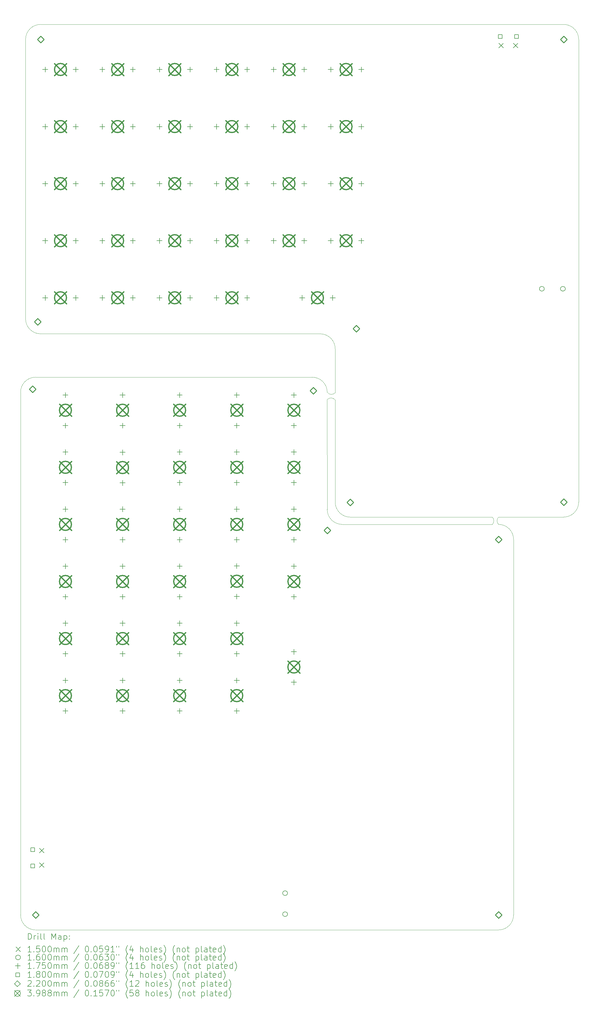
<source format=gbr>
%TF.GenerationSoftware,KiCad,Pcbnew,(6.0.10)*%
%TF.CreationDate,2023-02-21T21:26:05+01:00*%
%TF.ProjectId,kicad,6b696361-642e-46b6-9963-61645f706362,rev?*%
%TF.SameCoordinates,Original*%
%TF.FileFunction,Drillmap*%
%TF.FilePolarity,Positive*%
%FSLAX45Y45*%
G04 Gerber Fmt 4.5, Leading zero omitted, Abs format (unit mm)*
G04 Created by KiCad (PCBNEW (6.0.10)) date 2023-02-21 21:26:05*
%MOMM*%
%LPD*%
G01*
G04 APERTURE LIST*
%ADD10C,0.100000*%
%ADD11C,0.200000*%
%ADD12C,0.150000*%
%ADD13C,0.160000*%
%ADD14C,0.175000*%
%ADD15C,0.180000*%
%ADD16C,0.220000*%
%ADD17C,0.398780*%
G04 APERTURE END LIST*
D10*
X3900000Y-2700000D02*
G75*
G03*
X3400000Y-3200000I0J-500000D01*
G01*
X13700000Y-13500000D02*
G75*
G03*
X13200000Y-13000000I-500000J0D01*
G01*
X13700003Y-18601447D02*
G75*
G03*
X14200000Y-19101447I499997J-3D01*
G01*
X13200000Y-13000000D02*
X3900000Y-13000000D01*
X3400000Y-12500000D02*
G75*
G03*
X3900000Y-13000000I500000J0D01*
G01*
X19634000Y-32343000D02*
X19634000Y-19843000D01*
X13434000Y-18843000D02*
G75*
G03*
X13934000Y-19343000I500000J0D01*
G01*
X21300000Y-19100000D02*
G75*
G03*
X21800000Y-18600000I0J500000D01*
G01*
X11434000Y-32843000D02*
X3734000Y-32843000D01*
X12934000Y-14443000D02*
X3734000Y-14443000D01*
X21800000Y-3200000D02*
G75*
G03*
X21300000Y-2700000I-500000J0D01*
G01*
X14200000Y-19101447D02*
X18930777Y-19102597D01*
X3734000Y-14443000D02*
G75*
G03*
X3234000Y-14943000I0J-500000D01*
G01*
X19634000Y-19843000D02*
G75*
G03*
X19134000Y-19343000I-500000J0D01*
G01*
X3900000Y-2700000D02*
X21300000Y-2700000D01*
X13434002Y-14942999D02*
G75*
G03*
X13700000Y-14961000I139998J94419D01*
G01*
X3234000Y-32343000D02*
X3234000Y-25443000D01*
X13701000Y-15203000D02*
X13700000Y-18601447D01*
X18929777Y-19344597D02*
X13934000Y-19343000D01*
X19134000Y-32843000D02*
G75*
G03*
X19634000Y-32343000I0J500000D01*
G01*
X3400000Y-12500000D02*
X3400000Y-3200000D01*
X19131781Y-19102601D02*
G75*
G03*
X19134000Y-19343000I125729J-119049D01*
G01*
X21800000Y-3200000D02*
X21800000Y-18600000D01*
X3234000Y-16443000D02*
X3234000Y-14943000D01*
X18929780Y-19344600D02*
G75*
G03*
X18930777Y-19102597I-132750J121550D01*
G01*
X13434000Y-14943000D02*
G75*
G03*
X12934000Y-14443000I-500000J0D01*
G01*
X13701000Y-15203000D02*
G75*
G03*
X13430000Y-15192098I-139930J-104680D01*
G01*
X13430000Y-15192098D02*
X13434000Y-18843000D01*
X3234000Y-32343000D02*
G75*
G03*
X3734000Y-32843000I500000J0D01*
G01*
X13700000Y-14961000D02*
X13700000Y-13500000D01*
X3234000Y-25443000D02*
X3234000Y-16443000D01*
X19131777Y-19102597D02*
X21300000Y-19100000D01*
X11434000Y-32843000D02*
X19134000Y-32843000D01*
D11*
D12*
X3862000Y-30125500D02*
X4012000Y-30275500D01*
X4012000Y-30125500D02*
X3862000Y-30275500D01*
X3862000Y-30610500D02*
X4012000Y-30760500D01*
X4012000Y-30610500D02*
X3862000Y-30760500D01*
X19144500Y-3328000D02*
X19294500Y-3478000D01*
X19294500Y-3328000D02*
X19144500Y-3478000D01*
X19629500Y-3328000D02*
X19779500Y-3478000D01*
X19779500Y-3328000D02*
X19629500Y-3478000D01*
D13*
X12114000Y-31618000D02*
G75*
G03*
X12114000Y-31618000I-80000J0D01*
G01*
X12114000Y-32318000D02*
G75*
G03*
X12114000Y-32318000I-80000J0D01*
G01*
X20655000Y-11500000D02*
G75*
G03*
X20655000Y-11500000I-80000J0D01*
G01*
X21355000Y-11500000D02*
G75*
G03*
X21355000Y-11500000I-80000J0D01*
G01*
D14*
X4054000Y-4112500D02*
X4054000Y-4287500D01*
X3966500Y-4200000D02*
X4141500Y-4200000D01*
X4054000Y-6012500D02*
X4054000Y-6187500D01*
X3966500Y-6100000D02*
X4141500Y-6100000D01*
X4054000Y-7912500D02*
X4054000Y-8087500D01*
X3966500Y-8000000D02*
X4141500Y-8000000D01*
X4054000Y-9812500D02*
X4054000Y-9987500D01*
X3966500Y-9900000D02*
X4141500Y-9900000D01*
X4054000Y-11712500D02*
X4054000Y-11887500D01*
X3966500Y-11800000D02*
X4141500Y-11800000D01*
X4726000Y-20647500D02*
X4726000Y-20822500D01*
X4638500Y-20735000D02*
X4813500Y-20735000D01*
X4726000Y-21663500D02*
X4726000Y-21838500D01*
X4638500Y-21751000D02*
X4813500Y-21751000D01*
X4726000Y-22547500D02*
X4726000Y-22722500D01*
X4638500Y-22635000D02*
X4813500Y-22635000D01*
X4726000Y-23563500D02*
X4726000Y-23738500D01*
X4638500Y-23651000D02*
X4813500Y-23651000D01*
X4726000Y-24447500D02*
X4726000Y-24622500D01*
X4638500Y-24535000D02*
X4813500Y-24535000D01*
X4726000Y-25463500D02*
X4726000Y-25638500D01*
X4638500Y-25551000D02*
X4813500Y-25551000D01*
X4726000Y-14947500D02*
X4726000Y-15122500D01*
X4638500Y-15035000D02*
X4813500Y-15035000D01*
X4726000Y-15963500D02*
X4726000Y-16138500D01*
X4638500Y-16051000D02*
X4813500Y-16051000D01*
X4726000Y-16847500D02*
X4726000Y-17022500D01*
X4638500Y-16935000D02*
X4813500Y-16935000D01*
X4726000Y-17863500D02*
X4726000Y-18038500D01*
X4638500Y-17951000D02*
X4813500Y-17951000D01*
X4726000Y-18747500D02*
X4726000Y-18922500D01*
X4638500Y-18835000D02*
X4813500Y-18835000D01*
X4726000Y-19763500D02*
X4726000Y-19938500D01*
X4638500Y-19851000D02*
X4813500Y-19851000D01*
X5070000Y-4112500D02*
X5070000Y-4287500D01*
X4982500Y-4200000D02*
X5157500Y-4200000D01*
X5070000Y-6012500D02*
X5070000Y-6187500D01*
X4982500Y-6100000D02*
X5157500Y-6100000D01*
X5070000Y-7912500D02*
X5070000Y-8087500D01*
X4982500Y-8000000D02*
X5157500Y-8000000D01*
X5070000Y-9812500D02*
X5070000Y-9987500D01*
X4982500Y-9900000D02*
X5157500Y-9900000D01*
X5070000Y-11712500D02*
X5070000Y-11887500D01*
X4982500Y-11800000D02*
X5157500Y-11800000D01*
X5954000Y-4112500D02*
X5954000Y-4287500D01*
X5866500Y-4200000D02*
X6041500Y-4200000D01*
X5954000Y-6012500D02*
X5954000Y-6187500D01*
X5866500Y-6100000D02*
X6041500Y-6100000D01*
X5954000Y-7912500D02*
X5954000Y-8087500D01*
X5866500Y-8000000D02*
X6041500Y-8000000D01*
X5954000Y-9812500D02*
X5954000Y-9987500D01*
X5866500Y-9900000D02*
X6041500Y-9900000D01*
X5954000Y-11712500D02*
X5954000Y-11887500D01*
X5866500Y-11800000D02*
X6041500Y-11800000D01*
X6626000Y-14947500D02*
X6626000Y-15122500D01*
X6538500Y-15035000D02*
X6713500Y-15035000D01*
X6626000Y-15963500D02*
X6626000Y-16138500D01*
X6538500Y-16051000D02*
X6713500Y-16051000D01*
X6626000Y-16855500D02*
X6626000Y-17030500D01*
X6538500Y-16943000D02*
X6713500Y-16943000D01*
X6626000Y-17871500D02*
X6626000Y-18046500D01*
X6538500Y-17959000D02*
X6713500Y-17959000D01*
X6626000Y-18747500D02*
X6626000Y-18922500D01*
X6538500Y-18835000D02*
X6713500Y-18835000D01*
X6626000Y-19763500D02*
X6626000Y-19938500D01*
X6538500Y-19851000D02*
X6713500Y-19851000D01*
X6626000Y-20647500D02*
X6626000Y-20822500D01*
X6538500Y-20735000D02*
X6713500Y-20735000D01*
X6626000Y-21663500D02*
X6626000Y-21838500D01*
X6538500Y-21751000D02*
X6713500Y-21751000D01*
X6626000Y-22547500D02*
X6626000Y-22722500D01*
X6538500Y-22635000D02*
X6713500Y-22635000D01*
X6626000Y-23563500D02*
X6626000Y-23738500D01*
X6538500Y-23651000D02*
X6713500Y-23651000D01*
X6626000Y-24447500D02*
X6626000Y-24622500D01*
X6538500Y-24535000D02*
X6713500Y-24535000D01*
X6626000Y-25463500D02*
X6626000Y-25638500D01*
X6538500Y-25551000D02*
X6713500Y-25551000D01*
X6970000Y-4112500D02*
X6970000Y-4287500D01*
X6882500Y-4200000D02*
X7057500Y-4200000D01*
X6970000Y-6012500D02*
X6970000Y-6187500D01*
X6882500Y-6100000D02*
X7057500Y-6100000D01*
X6970000Y-7912500D02*
X6970000Y-8087500D01*
X6882500Y-8000000D02*
X7057500Y-8000000D01*
X6970000Y-9812500D02*
X6970000Y-9987500D01*
X6882500Y-9900000D02*
X7057500Y-9900000D01*
X6970000Y-11712500D02*
X6970000Y-11887500D01*
X6882500Y-11800000D02*
X7057500Y-11800000D01*
X7854000Y-4112500D02*
X7854000Y-4287500D01*
X7766500Y-4200000D02*
X7941500Y-4200000D01*
X7854000Y-6012500D02*
X7854000Y-6187500D01*
X7766500Y-6100000D02*
X7941500Y-6100000D01*
X7854000Y-7912500D02*
X7854000Y-8087500D01*
X7766500Y-8000000D02*
X7941500Y-8000000D01*
X7854000Y-9812500D02*
X7854000Y-9987500D01*
X7766500Y-9900000D02*
X7941500Y-9900000D01*
X7854000Y-11712500D02*
X7854000Y-11887500D01*
X7766500Y-11800000D02*
X7941500Y-11800000D01*
X8526000Y-14947500D02*
X8526000Y-15122500D01*
X8438500Y-15035000D02*
X8613500Y-15035000D01*
X8526000Y-15963500D02*
X8526000Y-16138500D01*
X8438500Y-16051000D02*
X8613500Y-16051000D01*
X8526000Y-16847500D02*
X8526000Y-17022500D01*
X8438500Y-16935000D02*
X8613500Y-16935000D01*
X8526000Y-17863500D02*
X8526000Y-18038500D01*
X8438500Y-17951000D02*
X8613500Y-17951000D01*
X8526000Y-18747500D02*
X8526000Y-18922500D01*
X8438500Y-18835000D02*
X8613500Y-18835000D01*
X8526000Y-19763500D02*
X8526000Y-19938500D01*
X8438500Y-19851000D02*
X8613500Y-19851000D01*
X8526000Y-20647500D02*
X8526000Y-20822500D01*
X8438500Y-20735000D02*
X8613500Y-20735000D01*
X8526000Y-21663500D02*
X8526000Y-21838500D01*
X8438500Y-21751000D02*
X8613500Y-21751000D01*
X8526000Y-22547500D02*
X8526000Y-22722500D01*
X8438500Y-22635000D02*
X8613500Y-22635000D01*
X8526000Y-23563500D02*
X8526000Y-23738500D01*
X8438500Y-23651000D02*
X8613500Y-23651000D01*
X8526000Y-24447500D02*
X8526000Y-24622500D01*
X8438500Y-24535000D02*
X8613500Y-24535000D01*
X8526000Y-25463500D02*
X8526000Y-25638500D01*
X8438500Y-25551000D02*
X8613500Y-25551000D01*
X8870000Y-4112500D02*
X8870000Y-4287500D01*
X8782500Y-4200000D02*
X8957500Y-4200000D01*
X8870000Y-6012500D02*
X8870000Y-6187500D01*
X8782500Y-6100000D02*
X8957500Y-6100000D01*
X8870000Y-7912500D02*
X8870000Y-8087500D01*
X8782500Y-8000000D02*
X8957500Y-8000000D01*
X8870000Y-9812500D02*
X8870000Y-9987500D01*
X8782500Y-9900000D02*
X8957500Y-9900000D01*
X8870000Y-11712500D02*
X8870000Y-11887500D01*
X8782500Y-11800000D02*
X8957500Y-11800000D01*
X9754000Y-4112500D02*
X9754000Y-4287500D01*
X9666500Y-4200000D02*
X9841500Y-4200000D01*
X9754000Y-6012500D02*
X9754000Y-6187500D01*
X9666500Y-6100000D02*
X9841500Y-6100000D01*
X9754000Y-7912500D02*
X9754000Y-8087500D01*
X9666500Y-8000000D02*
X9841500Y-8000000D01*
X9754000Y-9812500D02*
X9754000Y-9987500D01*
X9666500Y-9900000D02*
X9841500Y-9900000D01*
X9754000Y-11712500D02*
X9754000Y-11887500D01*
X9666500Y-11800000D02*
X9841500Y-11800000D01*
X10426000Y-14947500D02*
X10426000Y-15122500D01*
X10338500Y-15035000D02*
X10513500Y-15035000D01*
X10426000Y-15963500D02*
X10426000Y-16138500D01*
X10338500Y-16051000D02*
X10513500Y-16051000D01*
X10426000Y-16847500D02*
X10426000Y-17022500D01*
X10338500Y-16935000D02*
X10513500Y-16935000D01*
X10426000Y-17863500D02*
X10426000Y-18038500D01*
X10338500Y-17951000D02*
X10513500Y-17951000D01*
X10426000Y-18747500D02*
X10426000Y-18922500D01*
X10338500Y-18835000D02*
X10513500Y-18835000D01*
X10426000Y-19763500D02*
X10426000Y-19938500D01*
X10338500Y-19851000D02*
X10513500Y-19851000D01*
X10426000Y-20639500D02*
X10426000Y-20814500D01*
X10338500Y-20727000D02*
X10513500Y-20727000D01*
X10426000Y-21655500D02*
X10426000Y-21830500D01*
X10338500Y-21743000D02*
X10513500Y-21743000D01*
X10426000Y-22547500D02*
X10426000Y-22722500D01*
X10338500Y-22635000D02*
X10513500Y-22635000D01*
X10426000Y-23563500D02*
X10426000Y-23738500D01*
X10338500Y-23651000D02*
X10513500Y-23651000D01*
X10426000Y-24447500D02*
X10426000Y-24622500D01*
X10338500Y-24535000D02*
X10513500Y-24535000D01*
X10426000Y-25463500D02*
X10426000Y-25638500D01*
X10338500Y-25551000D02*
X10513500Y-25551000D01*
X10770000Y-4112500D02*
X10770000Y-4287500D01*
X10682500Y-4200000D02*
X10857500Y-4200000D01*
X10770000Y-6012500D02*
X10770000Y-6187500D01*
X10682500Y-6100000D02*
X10857500Y-6100000D01*
X10770000Y-7912500D02*
X10770000Y-8087500D01*
X10682500Y-8000000D02*
X10857500Y-8000000D01*
X10770000Y-9812500D02*
X10770000Y-9987500D01*
X10682500Y-9900000D02*
X10857500Y-9900000D01*
X10770000Y-11712500D02*
X10770000Y-11887500D01*
X10682500Y-11800000D02*
X10857500Y-11800000D01*
X11654000Y-4112500D02*
X11654000Y-4287500D01*
X11566500Y-4200000D02*
X11741500Y-4200000D01*
X11654000Y-6012500D02*
X11654000Y-6187500D01*
X11566500Y-6100000D02*
X11741500Y-6100000D01*
X11654000Y-7912500D02*
X11654000Y-8087500D01*
X11566500Y-8000000D02*
X11741500Y-8000000D01*
X11654000Y-9812500D02*
X11654000Y-9987500D01*
X11566500Y-9900000D02*
X11741500Y-9900000D01*
X12326000Y-14947500D02*
X12326000Y-15122500D01*
X12238500Y-15035000D02*
X12413500Y-15035000D01*
X12326000Y-15963500D02*
X12326000Y-16138500D01*
X12238500Y-16051000D02*
X12413500Y-16051000D01*
X12326000Y-16847500D02*
X12326000Y-17022500D01*
X12238500Y-16935000D02*
X12413500Y-16935000D01*
X12326000Y-17863500D02*
X12326000Y-18038500D01*
X12238500Y-17951000D02*
X12413500Y-17951000D01*
X12326000Y-18747500D02*
X12326000Y-18922500D01*
X12238500Y-18835000D02*
X12413500Y-18835000D01*
X12326000Y-19763500D02*
X12326000Y-19938500D01*
X12238500Y-19851000D02*
X12413500Y-19851000D01*
X12326000Y-20647500D02*
X12326000Y-20822500D01*
X12238500Y-20735000D02*
X12413500Y-20735000D01*
X12326000Y-21663500D02*
X12326000Y-21838500D01*
X12238500Y-21751000D02*
X12413500Y-21751000D01*
X12326000Y-23495000D02*
X12326000Y-23670000D01*
X12238500Y-23582500D02*
X12413500Y-23582500D01*
X12326000Y-24511000D02*
X12326000Y-24686000D01*
X12238500Y-24598500D02*
X12413500Y-24598500D01*
X12601500Y-11712500D02*
X12601500Y-11887500D01*
X12514000Y-11800000D02*
X12689000Y-11800000D01*
X12670000Y-4112500D02*
X12670000Y-4287500D01*
X12582500Y-4200000D02*
X12757500Y-4200000D01*
X12670000Y-6012500D02*
X12670000Y-6187500D01*
X12582500Y-6100000D02*
X12757500Y-6100000D01*
X12670000Y-7912500D02*
X12670000Y-8087500D01*
X12582500Y-8000000D02*
X12757500Y-8000000D01*
X12670000Y-9812500D02*
X12670000Y-9987500D01*
X12582500Y-9900000D02*
X12757500Y-9900000D01*
X13554000Y-4112500D02*
X13554000Y-4287500D01*
X13466500Y-4200000D02*
X13641500Y-4200000D01*
X13554000Y-6012500D02*
X13554000Y-6187500D01*
X13466500Y-6100000D02*
X13641500Y-6100000D01*
X13554000Y-7912500D02*
X13554000Y-8087500D01*
X13466500Y-8000000D02*
X13641500Y-8000000D01*
X13554000Y-9812500D02*
X13554000Y-9987500D01*
X13466500Y-9900000D02*
X13641500Y-9900000D01*
X13617500Y-11712500D02*
X13617500Y-11887500D01*
X13530000Y-11800000D02*
X13705000Y-11800000D01*
X14570000Y-4112500D02*
X14570000Y-4287500D01*
X14482500Y-4200000D02*
X14657500Y-4200000D01*
X14570000Y-6012500D02*
X14570000Y-6187500D01*
X14482500Y-6100000D02*
X14657500Y-6100000D01*
X14570000Y-7912500D02*
X14570000Y-8087500D01*
X14482500Y-8000000D02*
X14657500Y-8000000D01*
X14570000Y-9812500D02*
X14570000Y-9987500D01*
X14482500Y-9900000D02*
X14657500Y-9900000D01*
D15*
X3697640Y-30234140D02*
X3697640Y-30106860D01*
X3570360Y-30106860D01*
X3570360Y-30234140D01*
X3697640Y-30234140D01*
X3697640Y-30779140D02*
X3697640Y-30651860D01*
X3570360Y-30651860D01*
X3570360Y-30779140D01*
X3697640Y-30779140D01*
X19253140Y-3163640D02*
X19253140Y-3036360D01*
X19125860Y-3036360D01*
X19125860Y-3163640D01*
X19253140Y-3163640D01*
X19798140Y-3163640D02*
X19798140Y-3036360D01*
X19670860Y-3036360D01*
X19670860Y-3163640D01*
X19798140Y-3163640D01*
D16*
X3634000Y-14953000D02*
X3744000Y-14843000D01*
X3634000Y-14733000D01*
X3524000Y-14843000D01*
X3634000Y-14953000D01*
X3734000Y-32453000D02*
X3844000Y-32343000D01*
X3734000Y-32233000D01*
X3624000Y-32343000D01*
X3734000Y-32453000D01*
X3800000Y-12710000D02*
X3910000Y-12600000D01*
X3800000Y-12490000D01*
X3690000Y-12600000D01*
X3800000Y-12710000D01*
X3900000Y-3310000D02*
X4010000Y-3200000D01*
X3900000Y-3090000D01*
X3790000Y-3200000D01*
X3900000Y-3310000D01*
X12975894Y-15003271D02*
X13085894Y-14893271D01*
X12975894Y-14783271D01*
X12865894Y-14893271D01*
X12975894Y-15003271D01*
X13434000Y-19653000D02*
X13544000Y-19543000D01*
X13434000Y-19433000D01*
X13324000Y-19543000D01*
X13434000Y-19653000D01*
X14200000Y-18716447D02*
X14310000Y-18606447D01*
X14200000Y-18496447D01*
X14090000Y-18606447D01*
X14200000Y-18716447D01*
X14400000Y-12937000D02*
X14510000Y-12827000D01*
X14400000Y-12717000D01*
X14290000Y-12827000D01*
X14400000Y-12937000D01*
X19134000Y-32453000D02*
X19244000Y-32343000D01*
X19134000Y-32233000D01*
X19024000Y-32343000D01*
X19134000Y-32453000D01*
X19134000Y-19953000D02*
X19244000Y-19843000D01*
X19134000Y-19733000D01*
X19024000Y-19843000D01*
X19134000Y-19953000D01*
X21300000Y-3310000D02*
X21410000Y-3200000D01*
X21300000Y-3090000D01*
X21190000Y-3200000D01*
X21300000Y-3310000D01*
X21300000Y-18710000D02*
X21410000Y-18600000D01*
X21300000Y-18490000D01*
X21190000Y-18600000D01*
X21300000Y-18710000D01*
D17*
X4362610Y-4000610D02*
X4761390Y-4399390D01*
X4761390Y-4000610D02*
X4362610Y-4399390D01*
X4761390Y-4200000D02*
G75*
G03*
X4761390Y-4200000I-199390J0D01*
G01*
X4362610Y-5900610D02*
X4761390Y-6299390D01*
X4761390Y-5900610D02*
X4362610Y-6299390D01*
X4761390Y-6100000D02*
G75*
G03*
X4761390Y-6100000I-199390J0D01*
G01*
X4362610Y-7800610D02*
X4761390Y-8199390D01*
X4761390Y-7800610D02*
X4362610Y-8199390D01*
X4761390Y-8000000D02*
G75*
G03*
X4761390Y-8000000I-199390J0D01*
G01*
X4362610Y-9700610D02*
X4761390Y-10099390D01*
X4761390Y-9700610D02*
X4362610Y-10099390D01*
X4761390Y-9900000D02*
G75*
G03*
X4761390Y-9900000I-199390J0D01*
G01*
X4362610Y-11600610D02*
X4761390Y-11999390D01*
X4761390Y-11600610D02*
X4362610Y-11999390D01*
X4761390Y-11800000D02*
G75*
G03*
X4761390Y-11800000I-199390J0D01*
G01*
X4526610Y-21043610D02*
X4925390Y-21442390D01*
X4925390Y-21043610D02*
X4526610Y-21442390D01*
X4925390Y-21243000D02*
G75*
G03*
X4925390Y-21243000I-199390J0D01*
G01*
X4526610Y-22943610D02*
X4925390Y-23342390D01*
X4925390Y-22943610D02*
X4526610Y-23342390D01*
X4925390Y-23143000D02*
G75*
G03*
X4925390Y-23143000I-199390J0D01*
G01*
X4526610Y-24843610D02*
X4925390Y-25242390D01*
X4925390Y-24843610D02*
X4526610Y-25242390D01*
X4925390Y-25043000D02*
G75*
G03*
X4925390Y-25043000I-199390J0D01*
G01*
X4526610Y-15343610D02*
X4925390Y-15742390D01*
X4925390Y-15343610D02*
X4526610Y-15742390D01*
X4925390Y-15543000D02*
G75*
G03*
X4925390Y-15543000I-199390J0D01*
G01*
X4526610Y-17243610D02*
X4925390Y-17642390D01*
X4925390Y-17243610D02*
X4526610Y-17642390D01*
X4925390Y-17443000D02*
G75*
G03*
X4925390Y-17443000I-199390J0D01*
G01*
X4526610Y-19143610D02*
X4925390Y-19542390D01*
X4925390Y-19143610D02*
X4526610Y-19542390D01*
X4925390Y-19343000D02*
G75*
G03*
X4925390Y-19343000I-199390J0D01*
G01*
X6262610Y-4000610D02*
X6661390Y-4399390D01*
X6661390Y-4000610D02*
X6262610Y-4399390D01*
X6661390Y-4200000D02*
G75*
G03*
X6661390Y-4200000I-199390J0D01*
G01*
X6262610Y-5900610D02*
X6661390Y-6299390D01*
X6661390Y-5900610D02*
X6262610Y-6299390D01*
X6661390Y-6100000D02*
G75*
G03*
X6661390Y-6100000I-199390J0D01*
G01*
X6262610Y-7800610D02*
X6661390Y-8199390D01*
X6661390Y-7800610D02*
X6262610Y-8199390D01*
X6661390Y-8000000D02*
G75*
G03*
X6661390Y-8000000I-199390J0D01*
G01*
X6262610Y-9700610D02*
X6661390Y-10099390D01*
X6661390Y-9700610D02*
X6262610Y-10099390D01*
X6661390Y-9900000D02*
G75*
G03*
X6661390Y-9900000I-199390J0D01*
G01*
X6262610Y-11600610D02*
X6661390Y-11999390D01*
X6661390Y-11600610D02*
X6262610Y-11999390D01*
X6661390Y-11800000D02*
G75*
G03*
X6661390Y-11800000I-199390J0D01*
G01*
X6426610Y-15343610D02*
X6825390Y-15742390D01*
X6825390Y-15343610D02*
X6426610Y-15742390D01*
X6825390Y-15543000D02*
G75*
G03*
X6825390Y-15543000I-199390J0D01*
G01*
X6426610Y-17251610D02*
X6825390Y-17650390D01*
X6825390Y-17251610D02*
X6426610Y-17650390D01*
X6825390Y-17451000D02*
G75*
G03*
X6825390Y-17451000I-199390J0D01*
G01*
X6426610Y-19143610D02*
X6825390Y-19542390D01*
X6825390Y-19143610D02*
X6426610Y-19542390D01*
X6825390Y-19343000D02*
G75*
G03*
X6825390Y-19343000I-199390J0D01*
G01*
X6426610Y-21043610D02*
X6825390Y-21442390D01*
X6825390Y-21043610D02*
X6426610Y-21442390D01*
X6825390Y-21243000D02*
G75*
G03*
X6825390Y-21243000I-199390J0D01*
G01*
X6426610Y-22943610D02*
X6825390Y-23342390D01*
X6825390Y-22943610D02*
X6426610Y-23342390D01*
X6825390Y-23143000D02*
G75*
G03*
X6825390Y-23143000I-199390J0D01*
G01*
X6426610Y-24843610D02*
X6825390Y-25242390D01*
X6825390Y-24843610D02*
X6426610Y-25242390D01*
X6825390Y-25043000D02*
G75*
G03*
X6825390Y-25043000I-199390J0D01*
G01*
X8162610Y-4000610D02*
X8561390Y-4399390D01*
X8561390Y-4000610D02*
X8162610Y-4399390D01*
X8561390Y-4200000D02*
G75*
G03*
X8561390Y-4200000I-199390J0D01*
G01*
X8162610Y-5900610D02*
X8561390Y-6299390D01*
X8561390Y-5900610D02*
X8162610Y-6299390D01*
X8561390Y-6100000D02*
G75*
G03*
X8561390Y-6100000I-199390J0D01*
G01*
X8162610Y-7800610D02*
X8561390Y-8199390D01*
X8561390Y-7800610D02*
X8162610Y-8199390D01*
X8561390Y-8000000D02*
G75*
G03*
X8561390Y-8000000I-199390J0D01*
G01*
X8162610Y-9700610D02*
X8561390Y-10099390D01*
X8561390Y-9700610D02*
X8162610Y-10099390D01*
X8561390Y-9900000D02*
G75*
G03*
X8561390Y-9900000I-199390J0D01*
G01*
X8162610Y-11600610D02*
X8561390Y-11999390D01*
X8561390Y-11600610D02*
X8162610Y-11999390D01*
X8561390Y-11800000D02*
G75*
G03*
X8561390Y-11800000I-199390J0D01*
G01*
X8326610Y-15343610D02*
X8725390Y-15742390D01*
X8725390Y-15343610D02*
X8326610Y-15742390D01*
X8725390Y-15543000D02*
G75*
G03*
X8725390Y-15543000I-199390J0D01*
G01*
X8326610Y-17243610D02*
X8725390Y-17642390D01*
X8725390Y-17243610D02*
X8326610Y-17642390D01*
X8725390Y-17443000D02*
G75*
G03*
X8725390Y-17443000I-199390J0D01*
G01*
X8326610Y-19143610D02*
X8725390Y-19542390D01*
X8725390Y-19143610D02*
X8326610Y-19542390D01*
X8725390Y-19343000D02*
G75*
G03*
X8725390Y-19343000I-199390J0D01*
G01*
X8326610Y-21043610D02*
X8725390Y-21442390D01*
X8725390Y-21043610D02*
X8326610Y-21442390D01*
X8725390Y-21243000D02*
G75*
G03*
X8725390Y-21243000I-199390J0D01*
G01*
X8326610Y-22943610D02*
X8725390Y-23342390D01*
X8725390Y-22943610D02*
X8326610Y-23342390D01*
X8725390Y-23143000D02*
G75*
G03*
X8725390Y-23143000I-199390J0D01*
G01*
X8326610Y-24843610D02*
X8725390Y-25242390D01*
X8725390Y-24843610D02*
X8326610Y-25242390D01*
X8725390Y-25043000D02*
G75*
G03*
X8725390Y-25043000I-199390J0D01*
G01*
X10062610Y-4000610D02*
X10461390Y-4399390D01*
X10461390Y-4000610D02*
X10062610Y-4399390D01*
X10461390Y-4200000D02*
G75*
G03*
X10461390Y-4200000I-199390J0D01*
G01*
X10062610Y-5900610D02*
X10461390Y-6299390D01*
X10461390Y-5900610D02*
X10062610Y-6299390D01*
X10461390Y-6100000D02*
G75*
G03*
X10461390Y-6100000I-199390J0D01*
G01*
X10062610Y-7800610D02*
X10461390Y-8199390D01*
X10461390Y-7800610D02*
X10062610Y-8199390D01*
X10461390Y-8000000D02*
G75*
G03*
X10461390Y-8000000I-199390J0D01*
G01*
X10062610Y-9700610D02*
X10461390Y-10099390D01*
X10461390Y-9700610D02*
X10062610Y-10099390D01*
X10461390Y-9900000D02*
G75*
G03*
X10461390Y-9900000I-199390J0D01*
G01*
X10062610Y-11600610D02*
X10461390Y-11999390D01*
X10461390Y-11600610D02*
X10062610Y-11999390D01*
X10461390Y-11800000D02*
G75*
G03*
X10461390Y-11800000I-199390J0D01*
G01*
X10226610Y-15343610D02*
X10625390Y-15742390D01*
X10625390Y-15343610D02*
X10226610Y-15742390D01*
X10625390Y-15543000D02*
G75*
G03*
X10625390Y-15543000I-199390J0D01*
G01*
X10226610Y-17243610D02*
X10625390Y-17642390D01*
X10625390Y-17243610D02*
X10226610Y-17642390D01*
X10625390Y-17443000D02*
G75*
G03*
X10625390Y-17443000I-199390J0D01*
G01*
X10226610Y-19143610D02*
X10625390Y-19542390D01*
X10625390Y-19143610D02*
X10226610Y-19542390D01*
X10625390Y-19343000D02*
G75*
G03*
X10625390Y-19343000I-199390J0D01*
G01*
X10226610Y-21035610D02*
X10625390Y-21434390D01*
X10625390Y-21035610D02*
X10226610Y-21434390D01*
X10625390Y-21235000D02*
G75*
G03*
X10625390Y-21235000I-199390J0D01*
G01*
X10226610Y-22943610D02*
X10625390Y-23342390D01*
X10625390Y-22943610D02*
X10226610Y-23342390D01*
X10625390Y-23143000D02*
G75*
G03*
X10625390Y-23143000I-199390J0D01*
G01*
X10226610Y-24843610D02*
X10625390Y-25242390D01*
X10625390Y-24843610D02*
X10226610Y-25242390D01*
X10625390Y-25043000D02*
G75*
G03*
X10625390Y-25043000I-199390J0D01*
G01*
X11962610Y-4000610D02*
X12361390Y-4399390D01*
X12361390Y-4000610D02*
X11962610Y-4399390D01*
X12361390Y-4200000D02*
G75*
G03*
X12361390Y-4200000I-199390J0D01*
G01*
X11962610Y-5900610D02*
X12361390Y-6299390D01*
X12361390Y-5900610D02*
X11962610Y-6299390D01*
X12361390Y-6100000D02*
G75*
G03*
X12361390Y-6100000I-199390J0D01*
G01*
X11962610Y-7800610D02*
X12361390Y-8199390D01*
X12361390Y-7800610D02*
X11962610Y-8199390D01*
X12361390Y-8000000D02*
G75*
G03*
X12361390Y-8000000I-199390J0D01*
G01*
X11962610Y-9700610D02*
X12361390Y-10099390D01*
X12361390Y-9700610D02*
X11962610Y-10099390D01*
X12361390Y-9900000D02*
G75*
G03*
X12361390Y-9900000I-199390J0D01*
G01*
X12126610Y-15343610D02*
X12525390Y-15742390D01*
X12525390Y-15343610D02*
X12126610Y-15742390D01*
X12525390Y-15543000D02*
G75*
G03*
X12525390Y-15543000I-199390J0D01*
G01*
X12126610Y-17243610D02*
X12525390Y-17642390D01*
X12525390Y-17243610D02*
X12126610Y-17642390D01*
X12525390Y-17443000D02*
G75*
G03*
X12525390Y-17443000I-199390J0D01*
G01*
X12126610Y-19143610D02*
X12525390Y-19542390D01*
X12525390Y-19143610D02*
X12126610Y-19542390D01*
X12525390Y-19343000D02*
G75*
G03*
X12525390Y-19343000I-199390J0D01*
G01*
X12126610Y-21043610D02*
X12525390Y-21442390D01*
X12525390Y-21043610D02*
X12126610Y-21442390D01*
X12525390Y-21243000D02*
G75*
G03*
X12525390Y-21243000I-199390J0D01*
G01*
X12126610Y-23891110D02*
X12525390Y-24289890D01*
X12525390Y-23891110D02*
X12126610Y-24289890D01*
X12525390Y-24090500D02*
G75*
G03*
X12525390Y-24090500I-199390J0D01*
G01*
X12910110Y-11600610D02*
X13308890Y-11999390D01*
X13308890Y-11600610D02*
X12910110Y-11999390D01*
X13308890Y-11800000D02*
G75*
G03*
X13308890Y-11800000I-199390J0D01*
G01*
X13862610Y-4000610D02*
X14261390Y-4399390D01*
X14261390Y-4000610D02*
X13862610Y-4399390D01*
X14261390Y-4200000D02*
G75*
G03*
X14261390Y-4200000I-199390J0D01*
G01*
X13862610Y-5900610D02*
X14261390Y-6299390D01*
X14261390Y-5900610D02*
X13862610Y-6299390D01*
X14261390Y-6100000D02*
G75*
G03*
X14261390Y-6100000I-199390J0D01*
G01*
X13862610Y-7800610D02*
X14261390Y-8199390D01*
X14261390Y-7800610D02*
X13862610Y-8199390D01*
X14261390Y-8000000D02*
G75*
G03*
X14261390Y-8000000I-199390J0D01*
G01*
X13862610Y-9700610D02*
X14261390Y-10099390D01*
X14261390Y-9700610D02*
X13862610Y-10099390D01*
X14261390Y-9900000D02*
G75*
G03*
X14261390Y-9900000I-199390J0D01*
G01*
D11*
X3486619Y-33158476D02*
X3486619Y-32958476D01*
X3534238Y-32958476D01*
X3562809Y-32968000D01*
X3581857Y-32987048D01*
X3591381Y-33006095D01*
X3600905Y-33044190D01*
X3600905Y-33072762D01*
X3591381Y-33110857D01*
X3581857Y-33129905D01*
X3562809Y-33148952D01*
X3534238Y-33158476D01*
X3486619Y-33158476D01*
X3686619Y-33158476D02*
X3686619Y-33025143D01*
X3686619Y-33063238D02*
X3696143Y-33044190D01*
X3705666Y-33034667D01*
X3724714Y-33025143D01*
X3743762Y-33025143D01*
X3810428Y-33158476D02*
X3810428Y-33025143D01*
X3810428Y-32958476D02*
X3800905Y-32968000D01*
X3810428Y-32977524D01*
X3819952Y-32968000D01*
X3810428Y-32958476D01*
X3810428Y-32977524D01*
X3934238Y-33158476D02*
X3915190Y-33148952D01*
X3905666Y-33129905D01*
X3905666Y-32958476D01*
X4039000Y-33158476D02*
X4019952Y-33148952D01*
X4010428Y-33129905D01*
X4010428Y-32958476D01*
X4267571Y-33158476D02*
X4267571Y-32958476D01*
X4334238Y-33101333D01*
X4400905Y-32958476D01*
X4400905Y-33158476D01*
X4581857Y-33158476D02*
X4581857Y-33053714D01*
X4572333Y-33034667D01*
X4553286Y-33025143D01*
X4515190Y-33025143D01*
X4496143Y-33034667D01*
X4581857Y-33148952D02*
X4562809Y-33158476D01*
X4515190Y-33158476D01*
X4496143Y-33148952D01*
X4486619Y-33129905D01*
X4486619Y-33110857D01*
X4496143Y-33091810D01*
X4515190Y-33082286D01*
X4562809Y-33082286D01*
X4581857Y-33072762D01*
X4677095Y-33025143D02*
X4677095Y-33225143D01*
X4677095Y-33034667D02*
X4696143Y-33025143D01*
X4734238Y-33025143D01*
X4753286Y-33034667D01*
X4762809Y-33044190D01*
X4772333Y-33063238D01*
X4772333Y-33120381D01*
X4762809Y-33139429D01*
X4753286Y-33148952D01*
X4734238Y-33158476D01*
X4696143Y-33158476D01*
X4677095Y-33148952D01*
X4858048Y-33139429D02*
X4867571Y-33148952D01*
X4858048Y-33158476D01*
X4848524Y-33148952D01*
X4858048Y-33139429D01*
X4858048Y-33158476D01*
X4858048Y-33034667D02*
X4867571Y-33044190D01*
X4858048Y-33053714D01*
X4848524Y-33044190D01*
X4858048Y-33034667D01*
X4858048Y-33053714D01*
D12*
X3079000Y-33413000D02*
X3229000Y-33563000D01*
X3229000Y-33413000D02*
X3079000Y-33563000D01*
D11*
X3591381Y-33578476D02*
X3477095Y-33578476D01*
X3534238Y-33578476D02*
X3534238Y-33378476D01*
X3515190Y-33407048D01*
X3496143Y-33426095D01*
X3477095Y-33435619D01*
X3677095Y-33559429D02*
X3686619Y-33568952D01*
X3677095Y-33578476D01*
X3667571Y-33568952D01*
X3677095Y-33559429D01*
X3677095Y-33578476D01*
X3867571Y-33378476D02*
X3772333Y-33378476D01*
X3762809Y-33473714D01*
X3772333Y-33464190D01*
X3791381Y-33454667D01*
X3839000Y-33454667D01*
X3858047Y-33464190D01*
X3867571Y-33473714D01*
X3877095Y-33492762D01*
X3877095Y-33540381D01*
X3867571Y-33559429D01*
X3858047Y-33568952D01*
X3839000Y-33578476D01*
X3791381Y-33578476D01*
X3772333Y-33568952D01*
X3762809Y-33559429D01*
X4000905Y-33378476D02*
X4019952Y-33378476D01*
X4039000Y-33388000D01*
X4048524Y-33397524D01*
X4058047Y-33416571D01*
X4067571Y-33454667D01*
X4067571Y-33502286D01*
X4058047Y-33540381D01*
X4048524Y-33559429D01*
X4039000Y-33568952D01*
X4019952Y-33578476D01*
X4000905Y-33578476D01*
X3981857Y-33568952D01*
X3972333Y-33559429D01*
X3962809Y-33540381D01*
X3953286Y-33502286D01*
X3953286Y-33454667D01*
X3962809Y-33416571D01*
X3972333Y-33397524D01*
X3981857Y-33388000D01*
X4000905Y-33378476D01*
X4191381Y-33378476D02*
X4210428Y-33378476D01*
X4229476Y-33388000D01*
X4239000Y-33397524D01*
X4248524Y-33416571D01*
X4258048Y-33454667D01*
X4258048Y-33502286D01*
X4248524Y-33540381D01*
X4239000Y-33559429D01*
X4229476Y-33568952D01*
X4210428Y-33578476D01*
X4191381Y-33578476D01*
X4172333Y-33568952D01*
X4162809Y-33559429D01*
X4153286Y-33540381D01*
X4143762Y-33502286D01*
X4143762Y-33454667D01*
X4153286Y-33416571D01*
X4162809Y-33397524D01*
X4172333Y-33388000D01*
X4191381Y-33378476D01*
X4343762Y-33578476D02*
X4343762Y-33445143D01*
X4343762Y-33464190D02*
X4353286Y-33454667D01*
X4372333Y-33445143D01*
X4400905Y-33445143D01*
X4419952Y-33454667D01*
X4429476Y-33473714D01*
X4429476Y-33578476D01*
X4429476Y-33473714D02*
X4439000Y-33454667D01*
X4458048Y-33445143D01*
X4486619Y-33445143D01*
X4505667Y-33454667D01*
X4515190Y-33473714D01*
X4515190Y-33578476D01*
X4610428Y-33578476D02*
X4610428Y-33445143D01*
X4610428Y-33464190D02*
X4619952Y-33454667D01*
X4639000Y-33445143D01*
X4667571Y-33445143D01*
X4686619Y-33454667D01*
X4696143Y-33473714D01*
X4696143Y-33578476D01*
X4696143Y-33473714D02*
X4705667Y-33454667D01*
X4724714Y-33445143D01*
X4753286Y-33445143D01*
X4772333Y-33454667D01*
X4781857Y-33473714D01*
X4781857Y-33578476D01*
X5172333Y-33368952D02*
X5000905Y-33626095D01*
X5429476Y-33378476D02*
X5448524Y-33378476D01*
X5467571Y-33388000D01*
X5477095Y-33397524D01*
X5486619Y-33416571D01*
X5496143Y-33454667D01*
X5496143Y-33502286D01*
X5486619Y-33540381D01*
X5477095Y-33559429D01*
X5467571Y-33568952D01*
X5448524Y-33578476D01*
X5429476Y-33578476D01*
X5410428Y-33568952D01*
X5400905Y-33559429D01*
X5391381Y-33540381D01*
X5381857Y-33502286D01*
X5381857Y-33454667D01*
X5391381Y-33416571D01*
X5400905Y-33397524D01*
X5410428Y-33388000D01*
X5429476Y-33378476D01*
X5581857Y-33559429D02*
X5591381Y-33568952D01*
X5581857Y-33578476D01*
X5572333Y-33568952D01*
X5581857Y-33559429D01*
X5581857Y-33578476D01*
X5715190Y-33378476D02*
X5734238Y-33378476D01*
X5753286Y-33388000D01*
X5762809Y-33397524D01*
X5772333Y-33416571D01*
X5781857Y-33454667D01*
X5781857Y-33502286D01*
X5772333Y-33540381D01*
X5762809Y-33559429D01*
X5753286Y-33568952D01*
X5734238Y-33578476D01*
X5715190Y-33578476D01*
X5696143Y-33568952D01*
X5686619Y-33559429D01*
X5677095Y-33540381D01*
X5667571Y-33502286D01*
X5667571Y-33454667D01*
X5677095Y-33416571D01*
X5686619Y-33397524D01*
X5696143Y-33388000D01*
X5715190Y-33378476D01*
X5962809Y-33378476D02*
X5867571Y-33378476D01*
X5858047Y-33473714D01*
X5867571Y-33464190D01*
X5886619Y-33454667D01*
X5934238Y-33454667D01*
X5953286Y-33464190D01*
X5962809Y-33473714D01*
X5972333Y-33492762D01*
X5972333Y-33540381D01*
X5962809Y-33559429D01*
X5953286Y-33568952D01*
X5934238Y-33578476D01*
X5886619Y-33578476D01*
X5867571Y-33568952D01*
X5858047Y-33559429D01*
X6067571Y-33578476D02*
X6105666Y-33578476D01*
X6124714Y-33568952D01*
X6134238Y-33559429D01*
X6153286Y-33530857D01*
X6162809Y-33492762D01*
X6162809Y-33416571D01*
X6153286Y-33397524D01*
X6143762Y-33388000D01*
X6124714Y-33378476D01*
X6086619Y-33378476D01*
X6067571Y-33388000D01*
X6058047Y-33397524D01*
X6048524Y-33416571D01*
X6048524Y-33464190D01*
X6058047Y-33483238D01*
X6067571Y-33492762D01*
X6086619Y-33502286D01*
X6124714Y-33502286D01*
X6143762Y-33492762D01*
X6153286Y-33483238D01*
X6162809Y-33464190D01*
X6353286Y-33578476D02*
X6239000Y-33578476D01*
X6296143Y-33578476D02*
X6296143Y-33378476D01*
X6277095Y-33407048D01*
X6258047Y-33426095D01*
X6239000Y-33435619D01*
X6429476Y-33378476D02*
X6429476Y-33416571D01*
X6505666Y-33378476D02*
X6505666Y-33416571D01*
X6800905Y-33654667D02*
X6791381Y-33645143D01*
X6772333Y-33616572D01*
X6762809Y-33597524D01*
X6753286Y-33568952D01*
X6743762Y-33521333D01*
X6743762Y-33483238D01*
X6753286Y-33435619D01*
X6762809Y-33407048D01*
X6772333Y-33388000D01*
X6791381Y-33359429D01*
X6800905Y-33349905D01*
X6962809Y-33445143D02*
X6962809Y-33578476D01*
X6915190Y-33368952D02*
X6867571Y-33511810D01*
X6991381Y-33511810D01*
X7219952Y-33578476D02*
X7219952Y-33378476D01*
X7305666Y-33578476D02*
X7305666Y-33473714D01*
X7296143Y-33454667D01*
X7277095Y-33445143D01*
X7248524Y-33445143D01*
X7229476Y-33454667D01*
X7219952Y-33464190D01*
X7429476Y-33578476D02*
X7410428Y-33568952D01*
X7400905Y-33559429D01*
X7391381Y-33540381D01*
X7391381Y-33483238D01*
X7400905Y-33464190D01*
X7410428Y-33454667D01*
X7429476Y-33445143D01*
X7458047Y-33445143D01*
X7477095Y-33454667D01*
X7486619Y-33464190D01*
X7496143Y-33483238D01*
X7496143Y-33540381D01*
X7486619Y-33559429D01*
X7477095Y-33568952D01*
X7458047Y-33578476D01*
X7429476Y-33578476D01*
X7610428Y-33578476D02*
X7591381Y-33568952D01*
X7581857Y-33549905D01*
X7581857Y-33378476D01*
X7762809Y-33568952D02*
X7743762Y-33578476D01*
X7705666Y-33578476D01*
X7686619Y-33568952D01*
X7677095Y-33549905D01*
X7677095Y-33473714D01*
X7686619Y-33454667D01*
X7705666Y-33445143D01*
X7743762Y-33445143D01*
X7762809Y-33454667D01*
X7772333Y-33473714D01*
X7772333Y-33492762D01*
X7677095Y-33511810D01*
X7848524Y-33568952D02*
X7867571Y-33578476D01*
X7905666Y-33578476D01*
X7924714Y-33568952D01*
X7934238Y-33549905D01*
X7934238Y-33540381D01*
X7924714Y-33521333D01*
X7905666Y-33511810D01*
X7877095Y-33511810D01*
X7858047Y-33502286D01*
X7848524Y-33483238D01*
X7848524Y-33473714D01*
X7858047Y-33454667D01*
X7877095Y-33445143D01*
X7905666Y-33445143D01*
X7924714Y-33454667D01*
X8000905Y-33654667D02*
X8010428Y-33645143D01*
X8029476Y-33616572D01*
X8039000Y-33597524D01*
X8048524Y-33568952D01*
X8058047Y-33521333D01*
X8058047Y-33483238D01*
X8048524Y-33435619D01*
X8039000Y-33407048D01*
X8029476Y-33388000D01*
X8010428Y-33359429D01*
X8000905Y-33349905D01*
X8362809Y-33654667D02*
X8353286Y-33645143D01*
X8334238Y-33616572D01*
X8324714Y-33597524D01*
X8315190Y-33568952D01*
X8305666Y-33521333D01*
X8305666Y-33483238D01*
X8315190Y-33435619D01*
X8324714Y-33407048D01*
X8334238Y-33388000D01*
X8353286Y-33359429D01*
X8362809Y-33349905D01*
X8439000Y-33445143D02*
X8439000Y-33578476D01*
X8439000Y-33464190D02*
X8448524Y-33454667D01*
X8467571Y-33445143D01*
X8496143Y-33445143D01*
X8515190Y-33454667D01*
X8524714Y-33473714D01*
X8524714Y-33578476D01*
X8648524Y-33578476D02*
X8629476Y-33568952D01*
X8619952Y-33559429D01*
X8610428Y-33540381D01*
X8610428Y-33483238D01*
X8619952Y-33464190D01*
X8629476Y-33454667D01*
X8648524Y-33445143D01*
X8677095Y-33445143D01*
X8696143Y-33454667D01*
X8705667Y-33464190D01*
X8715190Y-33483238D01*
X8715190Y-33540381D01*
X8705667Y-33559429D01*
X8696143Y-33568952D01*
X8677095Y-33578476D01*
X8648524Y-33578476D01*
X8772333Y-33445143D02*
X8848524Y-33445143D01*
X8800905Y-33378476D02*
X8800905Y-33549905D01*
X8810428Y-33568952D01*
X8829476Y-33578476D01*
X8848524Y-33578476D01*
X9067571Y-33445143D02*
X9067571Y-33645143D01*
X9067571Y-33454667D02*
X9086619Y-33445143D01*
X9124714Y-33445143D01*
X9143762Y-33454667D01*
X9153286Y-33464190D01*
X9162809Y-33483238D01*
X9162809Y-33540381D01*
X9153286Y-33559429D01*
X9143762Y-33568952D01*
X9124714Y-33578476D01*
X9086619Y-33578476D01*
X9067571Y-33568952D01*
X9277095Y-33578476D02*
X9258048Y-33568952D01*
X9248524Y-33549905D01*
X9248524Y-33378476D01*
X9439000Y-33578476D02*
X9439000Y-33473714D01*
X9429476Y-33454667D01*
X9410428Y-33445143D01*
X9372333Y-33445143D01*
X9353286Y-33454667D01*
X9439000Y-33568952D02*
X9419952Y-33578476D01*
X9372333Y-33578476D01*
X9353286Y-33568952D01*
X9343762Y-33549905D01*
X9343762Y-33530857D01*
X9353286Y-33511810D01*
X9372333Y-33502286D01*
X9419952Y-33502286D01*
X9439000Y-33492762D01*
X9505667Y-33445143D02*
X9581857Y-33445143D01*
X9534238Y-33378476D02*
X9534238Y-33549905D01*
X9543762Y-33568952D01*
X9562809Y-33578476D01*
X9581857Y-33578476D01*
X9724714Y-33568952D02*
X9705667Y-33578476D01*
X9667571Y-33578476D01*
X9648524Y-33568952D01*
X9639000Y-33549905D01*
X9639000Y-33473714D01*
X9648524Y-33454667D01*
X9667571Y-33445143D01*
X9705667Y-33445143D01*
X9724714Y-33454667D01*
X9734238Y-33473714D01*
X9734238Y-33492762D01*
X9639000Y-33511810D01*
X9905667Y-33578476D02*
X9905667Y-33378476D01*
X9905667Y-33568952D02*
X9886619Y-33578476D01*
X9848524Y-33578476D01*
X9829476Y-33568952D01*
X9819952Y-33559429D01*
X9810428Y-33540381D01*
X9810428Y-33483238D01*
X9819952Y-33464190D01*
X9829476Y-33454667D01*
X9848524Y-33445143D01*
X9886619Y-33445143D01*
X9905667Y-33454667D01*
X9981857Y-33654667D02*
X9991381Y-33645143D01*
X10010428Y-33616572D01*
X10019952Y-33597524D01*
X10029476Y-33568952D01*
X10039000Y-33521333D01*
X10039000Y-33483238D01*
X10029476Y-33435619D01*
X10019952Y-33407048D01*
X10010428Y-33388000D01*
X9991381Y-33359429D01*
X9981857Y-33349905D01*
D13*
X3229000Y-33758000D02*
G75*
G03*
X3229000Y-33758000I-80000J0D01*
G01*
D11*
X3591381Y-33848476D02*
X3477095Y-33848476D01*
X3534238Y-33848476D02*
X3534238Y-33648476D01*
X3515190Y-33677048D01*
X3496143Y-33696095D01*
X3477095Y-33705619D01*
X3677095Y-33829429D02*
X3686619Y-33838952D01*
X3677095Y-33848476D01*
X3667571Y-33838952D01*
X3677095Y-33829429D01*
X3677095Y-33848476D01*
X3858047Y-33648476D02*
X3819952Y-33648476D01*
X3800905Y-33658000D01*
X3791381Y-33667524D01*
X3772333Y-33696095D01*
X3762809Y-33734191D01*
X3762809Y-33810381D01*
X3772333Y-33829429D01*
X3781857Y-33838952D01*
X3800905Y-33848476D01*
X3839000Y-33848476D01*
X3858047Y-33838952D01*
X3867571Y-33829429D01*
X3877095Y-33810381D01*
X3877095Y-33762762D01*
X3867571Y-33743714D01*
X3858047Y-33734191D01*
X3839000Y-33724667D01*
X3800905Y-33724667D01*
X3781857Y-33734191D01*
X3772333Y-33743714D01*
X3762809Y-33762762D01*
X4000905Y-33648476D02*
X4019952Y-33648476D01*
X4039000Y-33658000D01*
X4048524Y-33667524D01*
X4058047Y-33686572D01*
X4067571Y-33724667D01*
X4067571Y-33772286D01*
X4058047Y-33810381D01*
X4048524Y-33829429D01*
X4039000Y-33838952D01*
X4019952Y-33848476D01*
X4000905Y-33848476D01*
X3981857Y-33838952D01*
X3972333Y-33829429D01*
X3962809Y-33810381D01*
X3953286Y-33772286D01*
X3953286Y-33724667D01*
X3962809Y-33686572D01*
X3972333Y-33667524D01*
X3981857Y-33658000D01*
X4000905Y-33648476D01*
X4191381Y-33648476D02*
X4210428Y-33648476D01*
X4229476Y-33658000D01*
X4239000Y-33667524D01*
X4248524Y-33686572D01*
X4258048Y-33724667D01*
X4258048Y-33772286D01*
X4248524Y-33810381D01*
X4239000Y-33829429D01*
X4229476Y-33838952D01*
X4210428Y-33848476D01*
X4191381Y-33848476D01*
X4172333Y-33838952D01*
X4162809Y-33829429D01*
X4153286Y-33810381D01*
X4143762Y-33772286D01*
X4143762Y-33724667D01*
X4153286Y-33686572D01*
X4162809Y-33667524D01*
X4172333Y-33658000D01*
X4191381Y-33648476D01*
X4343762Y-33848476D02*
X4343762Y-33715143D01*
X4343762Y-33734191D02*
X4353286Y-33724667D01*
X4372333Y-33715143D01*
X4400905Y-33715143D01*
X4419952Y-33724667D01*
X4429476Y-33743714D01*
X4429476Y-33848476D01*
X4429476Y-33743714D02*
X4439000Y-33724667D01*
X4458048Y-33715143D01*
X4486619Y-33715143D01*
X4505667Y-33724667D01*
X4515190Y-33743714D01*
X4515190Y-33848476D01*
X4610428Y-33848476D02*
X4610428Y-33715143D01*
X4610428Y-33734191D02*
X4619952Y-33724667D01*
X4639000Y-33715143D01*
X4667571Y-33715143D01*
X4686619Y-33724667D01*
X4696143Y-33743714D01*
X4696143Y-33848476D01*
X4696143Y-33743714D02*
X4705667Y-33724667D01*
X4724714Y-33715143D01*
X4753286Y-33715143D01*
X4772333Y-33724667D01*
X4781857Y-33743714D01*
X4781857Y-33848476D01*
X5172333Y-33638952D02*
X5000905Y-33896095D01*
X5429476Y-33648476D02*
X5448524Y-33648476D01*
X5467571Y-33658000D01*
X5477095Y-33667524D01*
X5486619Y-33686572D01*
X5496143Y-33724667D01*
X5496143Y-33772286D01*
X5486619Y-33810381D01*
X5477095Y-33829429D01*
X5467571Y-33838952D01*
X5448524Y-33848476D01*
X5429476Y-33848476D01*
X5410428Y-33838952D01*
X5400905Y-33829429D01*
X5391381Y-33810381D01*
X5381857Y-33772286D01*
X5381857Y-33724667D01*
X5391381Y-33686572D01*
X5400905Y-33667524D01*
X5410428Y-33658000D01*
X5429476Y-33648476D01*
X5581857Y-33829429D02*
X5591381Y-33838952D01*
X5581857Y-33848476D01*
X5572333Y-33838952D01*
X5581857Y-33829429D01*
X5581857Y-33848476D01*
X5715190Y-33648476D02*
X5734238Y-33648476D01*
X5753286Y-33658000D01*
X5762809Y-33667524D01*
X5772333Y-33686572D01*
X5781857Y-33724667D01*
X5781857Y-33772286D01*
X5772333Y-33810381D01*
X5762809Y-33829429D01*
X5753286Y-33838952D01*
X5734238Y-33848476D01*
X5715190Y-33848476D01*
X5696143Y-33838952D01*
X5686619Y-33829429D01*
X5677095Y-33810381D01*
X5667571Y-33772286D01*
X5667571Y-33724667D01*
X5677095Y-33686572D01*
X5686619Y-33667524D01*
X5696143Y-33658000D01*
X5715190Y-33648476D01*
X5953286Y-33648476D02*
X5915190Y-33648476D01*
X5896143Y-33658000D01*
X5886619Y-33667524D01*
X5867571Y-33696095D01*
X5858047Y-33734191D01*
X5858047Y-33810381D01*
X5867571Y-33829429D01*
X5877095Y-33838952D01*
X5896143Y-33848476D01*
X5934238Y-33848476D01*
X5953286Y-33838952D01*
X5962809Y-33829429D01*
X5972333Y-33810381D01*
X5972333Y-33762762D01*
X5962809Y-33743714D01*
X5953286Y-33734191D01*
X5934238Y-33724667D01*
X5896143Y-33724667D01*
X5877095Y-33734191D01*
X5867571Y-33743714D01*
X5858047Y-33762762D01*
X6039000Y-33648476D02*
X6162809Y-33648476D01*
X6096143Y-33724667D01*
X6124714Y-33724667D01*
X6143762Y-33734191D01*
X6153286Y-33743714D01*
X6162809Y-33762762D01*
X6162809Y-33810381D01*
X6153286Y-33829429D01*
X6143762Y-33838952D01*
X6124714Y-33848476D01*
X6067571Y-33848476D01*
X6048524Y-33838952D01*
X6039000Y-33829429D01*
X6286619Y-33648476D02*
X6305666Y-33648476D01*
X6324714Y-33658000D01*
X6334238Y-33667524D01*
X6343762Y-33686572D01*
X6353286Y-33724667D01*
X6353286Y-33772286D01*
X6343762Y-33810381D01*
X6334238Y-33829429D01*
X6324714Y-33838952D01*
X6305666Y-33848476D01*
X6286619Y-33848476D01*
X6267571Y-33838952D01*
X6258047Y-33829429D01*
X6248524Y-33810381D01*
X6239000Y-33772286D01*
X6239000Y-33724667D01*
X6248524Y-33686572D01*
X6258047Y-33667524D01*
X6267571Y-33658000D01*
X6286619Y-33648476D01*
X6429476Y-33648476D02*
X6429476Y-33686572D01*
X6505666Y-33648476D02*
X6505666Y-33686572D01*
X6800905Y-33924667D02*
X6791381Y-33915143D01*
X6772333Y-33886572D01*
X6762809Y-33867524D01*
X6753286Y-33838952D01*
X6743762Y-33791333D01*
X6743762Y-33753238D01*
X6753286Y-33705619D01*
X6762809Y-33677048D01*
X6772333Y-33658000D01*
X6791381Y-33629429D01*
X6800905Y-33619905D01*
X6962809Y-33715143D02*
X6962809Y-33848476D01*
X6915190Y-33638952D02*
X6867571Y-33781810D01*
X6991381Y-33781810D01*
X7219952Y-33848476D02*
X7219952Y-33648476D01*
X7305666Y-33848476D02*
X7305666Y-33743714D01*
X7296143Y-33724667D01*
X7277095Y-33715143D01*
X7248524Y-33715143D01*
X7229476Y-33724667D01*
X7219952Y-33734191D01*
X7429476Y-33848476D02*
X7410428Y-33838952D01*
X7400905Y-33829429D01*
X7391381Y-33810381D01*
X7391381Y-33753238D01*
X7400905Y-33734191D01*
X7410428Y-33724667D01*
X7429476Y-33715143D01*
X7458047Y-33715143D01*
X7477095Y-33724667D01*
X7486619Y-33734191D01*
X7496143Y-33753238D01*
X7496143Y-33810381D01*
X7486619Y-33829429D01*
X7477095Y-33838952D01*
X7458047Y-33848476D01*
X7429476Y-33848476D01*
X7610428Y-33848476D02*
X7591381Y-33838952D01*
X7581857Y-33819905D01*
X7581857Y-33648476D01*
X7762809Y-33838952D02*
X7743762Y-33848476D01*
X7705666Y-33848476D01*
X7686619Y-33838952D01*
X7677095Y-33819905D01*
X7677095Y-33743714D01*
X7686619Y-33724667D01*
X7705666Y-33715143D01*
X7743762Y-33715143D01*
X7762809Y-33724667D01*
X7772333Y-33743714D01*
X7772333Y-33762762D01*
X7677095Y-33781810D01*
X7848524Y-33838952D02*
X7867571Y-33848476D01*
X7905666Y-33848476D01*
X7924714Y-33838952D01*
X7934238Y-33819905D01*
X7934238Y-33810381D01*
X7924714Y-33791333D01*
X7905666Y-33781810D01*
X7877095Y-33781810D01*
X7858047Y-33772286D01*
X7848524Y-33753238D01*
X7848524Y-33743714D01*
X7858047Y-33724667D01*
X7877095Y-33715143D01*
X7905666Y-33715143D01*
X7924714Y-33724667D01*
X8000905Y-33924667D02*
X8010428Y-33915143D01*
X8029476Y-33886572D01*
X8039000Y-33867524D01*
X8048524Y-33838952D01*
X8058047Y-33791333D01*
X8058047Y-33753238D01*
X8048524Y-33705619D01*
X8039000Y-33677048D01*
X8029476Y-33658000D01*
X8010428Y-33629429D01*
X8000905Y-33619905D01*
X8362809Y-33924667D02*
X8353286Y-33915143D01*
X8334238Y-33886572D01*
X8324714Y-33867524D01*
X8315190Y-33838952D01*
X8305666Y-33791333D01*
X8305666Y-33753238D01*
X8315190Y-33705619D01*
X8324714Y-33677048D01*
X8334238Y-33658000D01*
X8353286Y-33629429D01*
X8362809Y-33619905D01*
X8439000Y-33715143D02*
X8439000Y-33848476D01*
X8439000Y-33734191D02*
X8448524Y-33724667D01*
X8467571Y-33715143D01*
X8496143Y-33715143D01*
X8515190Y-33724667D01*
X8524714Y-33743714D01*
X8524714Y-33848476D01*
X8648524Y-33848476D02*
X8629476Y-33838952D01*
X8619952Y-33829429D01*
X8610428Y-33810381D01*
X8610428Y-33753238D01*
X8619952Y-33734191D01*
X8629476Y-33724667D01*
X8648524Y-33715143D01*
X8677095Y-33715143D01*
X8696143Y-33724667D01*
X8705667Y-33734191D01*
X8715190Y-33753238D01*
X8715190Y-33810381D01*
X8705667Y-33829429D01*
X8696143Y-33838952D01*
X8677095Y-33848476D01*
X8648524Y-33848476D01*
X8772333Y-33715143D02*
X8848524Y-33715143D01*
X8800905Y-33648476D02*
X8800905Y-33819905D01*
X8810428Y-33838952D01*
X8829476Y-33848476D01*
X8848524Y-33848476D01*
X9067571Y-33715143D02*
X9067571Y-33915143D01*
X9067571Y-33724667D02*
X9086619Y-33715143D01*
X9124714Y-33715143D01*
X9143762Y-33724667D01*
X9153286Y-33734191D01*
X9162809Y-33753238D01*
X9162809Y-33810381D01*
X9153286Y-33829429D01*
X9143762Y-33838952D01*
X9124714Y-33848476D01*
X9086619Y-33848476D01*
X9067571Y-33838952D01*
X9277095Y-33848476D02*
X9258048Y-33838952D01*
X9248524Y-33819905D01*
X9248524Y-33648476D01*
X9439000Y-33848476D02*
X9439000Y-33743714D01*
X9429476Y-33724667D01*
X9410428Y-33715143D01*
X9372333Y-33715143D01*
X9353286Y-33724667D01*
X9439000Y-33838952D02*
X9419952Y-33848476D01*
X9372333Y-33848476D01*
X9353286Y-33838952D01*
X9343762Y-33819905D01*
X9343762Y-33800857D01*
X9353286Y-33781810D01*
X9372333Y-33772286D01*
X9419952Y-33772286D01*
X9439000Y-33762762D01*
X9505667Y-33715143D02*
X9581857Y-33715143D01*
X9534238Y-33648476D02*
X9534238Y-33819905D01*
X9543762Y-33838952D01*
X9562809Y-33848476D01*
X9581857Y-33848476D01*
X9724714Y-33838952D02*
X9705667Y-33848476D01*
X9667571Y-33848476D01*
X9648524Y-33838952D01*
X9639000Y-33819905D01*
X9639000Y-33743714D01*
X9648524Y-33724667D01*
X9667571Y-33715143D01*
X9705667Y-33715143D01*
X9724714Y-33724667D01*
X9734238Y-33743714D01*
X9734238Y-33762762D01*
X9639000Y-33781810D01*
X9905667Y-33848476D02*
X9905667Y-33648476D01*
X9905667Y-33838952D02*
X9886619Y-33848476D01*
X9848524Y-33848476D01*
X9829476Y-33838952D01*
X9819952Y-33829429D01*
X9810428Y-33810381D01*
X9810428Y-33753238D01*
X9819952Y-33734191D01*
X9829476Y-33724667D01*
X9848524Y-33715143D01*
X9886619Y-33715143D01*
X9905667Y-33724667D01*
X9981857Y-33924667D02*
X9991381Y-33915143D01*
X10010428Y-33886572D01*
X10019952Y-33867524D01*
X10029476Y-33838952D01*
X10039000Y-33791333D01*
X10039000Y-33753238D01*
X10029476Y-33705619D01*
X10019952Y-33677048D01*
X10010428Y-33658000D01*
X9991381Y-33629429D01*
X9981857Y-33619905D01*
D14*
X3141500Y-33950500D02*
X3141500Y-34125500D01*
X3054000Y-34038000D02*
X3229000Y-34038000D01*
D11*
X3591381Y-34128476D02*
X3477095Y-34128476D01*
X3534238Y-34128476D02*
X3534238Y-33928476D01*
X3515190Y-33957048D01*
X3496143Y-33976095D01*
X3477095Y-33985619D01*
X3677095Y-34109429D02*
X3686619Y-34118952D01*
X3677095Y-34128476D01*
X3667571Y-34118952D01*
X3677095Y-34109429D01*
X3677095Y-34128476D01*
X3753286Y-33928476D02*
X3886619Y-33928476D01*
X3800905Y-34128476D01*
X4058047Y-33928476D02*
X3962809Y-33928476D01*
X3953286Y-34023714D01*
X3962809Y-34014191D01*
X3981857Y-34004667D01*
X4029476Y-34004667D01*
X4048524Y-34014191D01*
X4058047Y-34023714D01*
X4067571Y-34042762D01*
X4067571Y-34090381D01*
X4058047Y-34109429D01*
X4048524Y-34118952D01*
X4029476Y-34128476D01*
X3981857Y-34128476D01*
X3962809Y-34118952D01*
X3953286Y-34109429D01*
X4191381Y-33928476D02*
X4210428Y-33928476D01*
X4229476Y-33938000D01*
X4239000Y-33947524D01*
X4248524Y-33966572D01*
X4258048Y-34004667D01*
X4258048Y-34052286D01*
X4248524Y-34090381D01*
X4239000Y-34109429D01*
X4229476Y-34118952D01*
X4210428Y-34128476D01*
X4191381Y-34128476D01*
X4172333Y-34118952D01*
X4162809Y-34109429D01*
X4153286Y-34090381D01*
X4143762Y-34052286D01*
X4143762Y-34004667D01*
X4153286Y-33966572D01*
X4162809Y-33947524D01*
X4172333Y-33938000D01*
X4191381Y-33928476D01*
X4343762Y-34128476D02*
X4343762Y-33995143D01*
X4343762Y-34014191D02*
X4353286Y-34004667D01*
X4372333Y-33995143D01*
X4400905Y-33995143D01*
X4419952Y-34004667D01*
X4429476Y-34023714D01*
X4429476Y-34128476D01*
X4429476Y-34023714D02*
X4439000Y-34004667D01*
X4458048Y-33995143D01*
X4486619Y-33995143D01*
X4505667Y-34004667D01*
X4515190Y-34023714D01*
X4515190Y-34128476D01*
X4610428Y-34128476D02*
X4610428Y-33995143D01*
X4610428Y-34014191D02*
X4619952Y-34004667D01*
X4639000Y-33995143D01*
X4667571Y-33995143D01*
X4686619Y-34004667D01*
X4696143Y-34023714D01*
X4696143Y-34128476D01*
X4696143Y-34023714D02*
X4705667Y-34004667D01*
X4724714Y-33995143D01*
X4753286Y-33995143D01*
X4772333Y-34004667D01*
X4781857Y-34023714D01*
X4781857Y-34128476D01*
X5172333Y-33918952D02*
X5000905Y-34176095D01*
X5429476Y-33928476D02*
X5448524Y-33928476D01*
X5467571Y-33938000D01*
X5477095Y-33947524D01*
X5486619Y-33966572D01*
X5496143Y-34004667D01*
X5496143Y-34052286D01*
X5486619Y-34090381D01*
X5477095Y-34109429D01*
X5467571Y-34118952D01*
X5448524Y-34128476D01*
X5429476Y-34128476D01*
X5410428Y-34118952D01*
X5400905Y-34109429D01*
X5391381Y-34090381D01*
X5381857Y-34052286D01*
X5381857Y-34004667D01*
X5391381Y-33966572D01*
X5400905Y-33947524D01*
X5410428Y-33938000D01*
X5429476Y-33928476D01*
X5581857Y-34109429D02*
X5591381Y-34118952D01*
X5581857Y-34128476D01*
X5572333Y-34118952D01*
X5581857Y-34109429D01*
X5581857Y-34128476D01*
X5715190Y-33928476D02*
X5734238Y-33928476D01*
X5753286Y-33938000D01*
X5762809Y-33947524D01*
X5772333Y-33966572D01*
X5781857Y-34004667D01*
X5781857Y-34052286D01*
X5772333Y-34090381D01*
X5762809Y-34109429D01*
X5753286Y-34118952D01*
X5734238Y-34128476D01*
X5715190Y-34128476D01*
X5696143Y-34118952D01*
X5686619Y-34109429D01*
X5677095Y-34090381D01*
X5667571Y-34052286D01*
X5667571Y-34004667D01*
X5677095Y-33966572D01*
X5686619Y-33947524D01*
X5696143Y-33938000D01*
X5715190Y-33928476D01*
X5953286Y-33928476D02*
X5915190Y-33928476D01*
X5896143Y-33938000D01*
X5886619Y-33947524D01*
X5867571Y-33976095D01*
X5858047Y-34014191D01*
X5858047Y-34090381D01*
X5867571Y-34109429D01*
X5877095Y-34118952D01*
X5896143Y-34128476D01*
X5934238Y-34128476D01*
X5953286Y-34118952D01*
X5962809Y-34109429D01*
X5972333Y-34090381D01*
X5972333Y-34042762D01*
X5962809Y-34023714D01*
X5953286Y-34014191D01*
X5934238Y-34004667D01*
X5896143Y-34004667D01*
X5877095Y-34014191D01*
X5867571Y-34023714D01*
X5858047Y-34042762D01*
X6086619Y-34014191D02*
X6067571Y-34004667D01*
X6058047Y-33995143D01*
X6048524Y-33976095D01*
X6048524Y-33966572D01*
X6058047Y-33947524D01*
X6067571Y-33938000D01*
X6086619Y-33928476D01*
X6124714Y-33928476D01*
X6143762Y-33938000D01*
X6153286Y-33947524D01*
X6162809Y-33966572D01*
X6162809Y-33976095D01*
X6153286Y-33995143D01*
X6143762Y-34004667D01*
X6124714Y-34014191D01*
X6086619Y-34014191D01*
X6067571Y-34023714D01*
X6058047Y-34033238D01*
X6048524Y-34052286D01*
X6048524Y-34090381D01*
X6058047Y-34109429D01*
X6067571Y-34118952D01*
X6086619Y-34128476D01*
X6124714Y-34128476D01*
X6143762Y-34118952D01*
X6153286Y-34109429D01*
X6162809Y-34090381D01*
X6162809Y-34052286D01*
X6153286Y-34033238D01*
X6143762Y-34023714D01*
X6124714Y-34014191D01*
X6258047Y-34128476D02*
X6296143Y-34128476D01*
X6315190Y-34118952D01*
X6324714Y-34109429D01*
X6343762Y-34080857D01*
X6353286Y-34042762D01*
X6353286Y-33966572D01*
X6343762Y-33947524D01*
X6334238Y-33938000D01*
X6315190Y-33928476D01*
X6277095Y-33928476D01*
X6258047Y-33938000D01*
X6248524Y-33947524D01*
X6239000Y-33966572D01*
X6239000Y-34014191D01*
X6248524Y-34033238D01*
X6258047Y-34042762D01*
X6277095Y-34052286D01*
X6315190Y-34052286D01*
X6334238Y-34042762D01*
X6343762Y-34033238D01*
X6353286Y-34014191D01*
X6429476Y-33928476D02*
X6429476Y-33966572D01*
X6505666Y-33928476D02*
X6505666Y-33966572D01*
X6800905Y-34204667D02*
X6791381Y-34195143D01*
X6772333Y-34166572D01*
X6762809Y-34147524D01*
X6753286Y-34118952D01*
X6743762Y-34071333D01*
X6743762Y-34033238D01*
X6753286Y-33985619D01*
X6762809Y-33957048D01*
X6772333Y-33938000D01*
X6791381Y-33909429D01*
X6800905Y-33899905D01*
X6981857Y-34128476D02*
X6867571Y-34128476D01*
X6924714Y-34128476D02*
X6924714Y-33928476D01*
X6905666Y-33957048D01*
X6886619Y-33976095D01*
X6867571Y-33985619D01*
X7172333Y-34128476D02*
X7058047Y-34128476D01*
X7115190Y-34128476D02*
X7115190Y-33928476D01*
X7096143Y-33957048D01*
X7077095Y-33976095D01*
X7058047Y-33985619D01*
X7343762Y-33928476D02*
X7305666Y-33928476D01*
X7286619Y-33938000D01*
X7277095Y-33947524D01*
X7258047Y-33976095D01*
X7248524Y-34014191D01*
X7248524Y-34090381D01*
X7258047Y-34109429D01*
X7267571Y-34118952D01*
X7286619Y-34128476D01*
X7324714Y-34128476D01*
X7343762Y-34118952D01*
X7353286Y-34109429D01*
X7362809Y-34090381D01*
X7362809Y-34042762D01*
X7353286Y-34023714D01*
X7343762Y-34014191D01*
X7324714Y-34004667D01*
X7286619Y-34004667D01*
X7267571Y-34014191D01*
X7258047Y-34023714D01*
X7248524Y-34042762D01*
X7600905Y-34128476D02*
X7600905Y-33928476D01*
X7686619Y-34128476D02*
X7686619Y-34023714D01*
X7677095Y-34004667D01*
X7658047Y-33995143D01*
X7629476Y-33995143D01*
X7610428Y-34004667D01*
X7600905Y-34014191D01*
X7810428Y-34128476D02*
X7791381Y-34118952D01*
X7781857Y-34109429D01*
X7772333Y-34090381D01*
X7772333Y-34033238D01*
X7781857Y-34014191D01*
X7791381Y-34004667D01*
X7810428Y-33995143D01*
X7839000Y-33995143D01*
X7858047Y-34004667D01*
X7867571Y-34014191D01*
X7877095Y-34033238D01*
X7877095Y-34090381D01*
X7867571Y-34109429D01*
X7858047Y-34118952D01*
X7839000Y-34128476D01*
X7810428Y-34128476D01*
X7991381Y-34128476D02*
X7972333Y-34118952D01*
X7962809Y-34099905D01*
X7962809Y-33928476D01*
X8143762Y-34118952D02*
X8124714Y-34128476D01*
X8086619Y-34128476D01*
X8067571Y-34118952D01*
X8058047Y-34099905D01*
X8058047Y-34023714D01*
X8067571Y-34004667D01*
X8086619Y-33995143D01*
X8124714Y-33995143D01*
X8143762Y-34004667D01*
X8153286Y-34023714D01*
X8153286Y-34042762D01*
X8058047Y-34061810D01*
X8229476Y-34118952D02*
X8248524Y-34128476D01*
X8286619Y-34128476D01*
X8305666Y-34118952D01*
X8315190Y-34099905D01*
X8315190Y-34090381D01*
X8305666Y-34071333D01*
X8286619Y-34061810D01*
X8258047Y-34061810D01*
X8239000Y-34052286D01*
X8229476Y-34033238D01*
X8229476Y-34023714D01*
X8239000Y-34004667D01*
X8258047Y-33995143D01*
X8286619Y-33995143D01*
X8305666Y-34004667D01*
X8381857Y-34204667D02*
X8391381Y-34195143D01*
X8410428Y-34166572D01*
X8419952Y-34147524D01*
X8429476Y-34118952D01*
X8439000Y-34071333D01*
X8439000Y-34033238D01*
X8429476Y-33985619D01*
X8419952Y-33957048D01*
X8410428Y-33938000D01*
X8391381Y-33909429D01*
X8381857Y-33899905D01*
X8743762Y-34204667D02*
X8734238Y-34195143D01*
X8715190Y-34166572D01*
X8705667Y-34147524D01*
X8696143Y-34118952D01*
X8686619Y-34071333D01*
X8686619Y-34033238D01*
X8696143Y-33985619D01*
X8705667Y-33957048D01*
X8715190Y-33938000D01*
X8734238Y-33909429D01*
X8743762Y-33899905D01*
X8819952Y-33995143D02*
X8819952Y-34128476D01*
X8819952Y-34014191D02*
X8829476Y-34004667D01*
X8848524Y-33995143D01*
X8877095Y-33995143D01*
X8896143Y-34004667D01*
X8905667Y-34023714D01*
X8905667Y-34128476D01*
X9029476Y-34128476D02*
X9010428Y-34118952D01*
X9000905Y-34109429D01*
X8991381Y-34090381D01*
X8991381Y-34033238D01*
X9000905Y-34014191D01*
X9010428Y-34004667D01*
X9029476Y-33995143D01*
X9058048Y-33995143D01*
X9077095Y-34004667D01*
X9086619Y-34014191D01*
X9096143Y-34033238D01*
X9096143Y-34090381D01*
X9086619Y-34109429D01*
X9077095Y-34118952D01*
X9058048Y-34128476D01*
X9029476Y-34128476D01*
X9153286Y-33995143D02*
X9229476Y-33995143D01*
X9181857Y-33928476D02*
X9181857Y-34099905D01*
X9191381Y-34118952D01*
X9210428Y-34128476D01*
X9229476Y-34128476D01*
X9448524Y-33995143D02*
X9448524Y-34195143D01*
X9448524Y-34004667D02*
X9467571Y-33995143D01*
X9505667Y-33995143D01*
X9524714Y-34004667D01*
X9534238Y-34014191D01*
X9543762Y-34033238D01*
X9543762Y-34090381D01*
X9534238Y-34109429D01*
X9524714Y-34118952D01*
X9505667Y-34128476D01*
X9467571Y-34128476D01*
X9448524Y-34118952D01*
X9658048Y-34128476D02*
X9639000Y-34118952D01*
X9629476Y-34099905D01*
X9629476Y-33928476D01*
X9819952Y-34128476D02*
X9819952Y-34023714D01*
X9810428Y-34004667D01*
X9791381Y-33995143D01*
X9753286Y-33995143D01*
X9734238Y-34004667D01*
X9819952Y-34118952D02*
X9800905Y-34128476D01*
X9753286Y-34128476D01*
X9734238Y-34118952D01*
X9724714Y-34099905D01*
X9724714Y-34080857D01*
X9734238Y-34061810D01*
X9753286Y-34052286D01*
X9800905Y-34052286D01*
X9819952Y-34042762D01*
X9886619Y-33995143D02*
X9962809Y-33995143D01*
X9915190Y-33928476D02*
X9915190Y-34099905D01*
X9924714Y-34118952D01*
X9943762Y-34128476D01*
X9962809Y-34128476D01*
X10105667Y-34118952D02*
X10086619Y-34128476D01*
X10048524Y-34128476D01*
X10029476Y-34118952D01*
X10019952Y-34099905D01*
X10019952Y-34023714D01*
X10029476Y-34004667D01*
X10048524Y-33995143D01*
X10086619Y-33995143D01*
X10105667Y-34004667D01*
X10115190Y-34023714D01*
X10115190Y-34042762D01*
X10019952Y-34061810D01*
X10286619Y-34128476D02*
X10286619Y-33928476D01*
X10286619Y-34118952D02*
X10267571Y-34128476D01*
X10229476Y-34128476D01*
X10210428Y-34118952D01*
X10200905Y-34109429D01*
X10191381Y-34090381D01*
X10191381Y-34033238D01*
X10200905Y-34014191D01*
X10210428Y-34004667D01*
X10229476Y-33995143D01*
X10267571Y-33995143D01*
X10286619Y-34004667D01*
X10362809Y-34204667D02*
X10372333Y-34195143D01*
X10391381Y-34166572D01*
X10400905Y-34147524D01*
X10410428Y-34118952D01*
X10419952Y-34071333D01*
X10419952Y-34033238D01*
X10410428Y-33985619D01*
X10400905Y-33957048D01*
X10391381Y-33938000D01*
X10372333Y-33909429D01*
X10362809Y-33899905D01*
D15*
X3202640Y-34396640D02*
X3202640Y-34269360D01*
X3075360Y-34269360D01*
X3075360Y-34396640D01*
X3202640Y-34396640D01*
D11*
X3591381Y-34423476D02*
X3477095Y-34423476D01*
X3534238Y-34423476D02*
X3534238Y-34223476D01*
X3515190Y-34252048D01*
X3496143Y-34271095D01*
X3477095Y-34280619D01*
X3677095Y-34404429D02*
X3686619Y-34413952D01*
X3677095Y-34423476D01*
X3667571Y-34413952D01*
X3677095Y-34404429D01*
X3677095Y-34423476D01*
X3800905Y-34309191D02*
X3781857Y-34299667D01*
X3772333Y-34290143D01*
X3762809Y-34271095D01*
X3762809Y-34261572D01*
X3772333Y-34242524D01*
X3781857Y-34233000D01*
X3800905Y-34223476D01*
X3839000Y-34223476D01*
X3858047Y-34233000D01*
X3867571Y-34242524D01*
X3877095Y-34261572D01*
X3877095Y-34271095D01*
X3867571Y-34290143D01*
X3858047Y-34299667D01*
X3839000Y-34309191D01*
X3800905Y-34309191D01*
X3781857Y-34318714D01*
X3772333Y-34328238D01*
X3762809Y-34347286D01*
X3762809Y-34385381D01*
X3772333Y-34404429D01*
X3781857Y-34413952D01*
X3800905Y-34423476D01*
X3839000Y-34423476D01*
X3858047Y-34413952D01*
X3867571Y-34404429D01*
X3877095Y-34385381D01*
X3877095Y-34347286D01*
X3867571Y-34328238D01*
X3858047Y-34318714D01*
X3839000Y-34309191D01*
X4000905Y-34223476D02*
X4019952Y-34223476D01*
X4039000Y-34233000D01*
X4048524Y-34242524D01*
X4058047Y-34261572D01*
X4067571Y-34299667D01*
X4067571Y-34347286D01*
X4058047Y-34385381D01*
X4048524Y-34404429D01*
X4039000Y-34413952D01*
X4019952Y-34423476D01*
X4000905Y-34423476D01*
X3981857Y-34413952D01*
X3972333Y-34404429D01*
X3962809Y-34385381D01*
X3953286Y-34347286D01*
X3953286Y-34299667D01*
X3962809Y-34261572D01*
X3972333Y-34242524D01*
X3981857Y-34233000D01*
X4000905Y-34223476D01*
X4191381Y-34223476D02*
X4210428Y-34223476D01*
X4229476Y-34233000D01*
X4239000Y-34242524D01*
X4248524Y-34261572D01*
X4258048Y-34299667D01*
X4258048Y-34347286D01*
X4248524Y-34385381D01*
X4239000Y-34404429D01*
X4229476Y-34413952D01*
X4210428Y-34423476D01*
X4191381Y-34423476D01*
X4172333Y-34413952D01*
X4162809Y-34404429D01*
X4153286Y-34385381D01*
X4143762Y-34347286D01*
X4143762Y-34299667D01*
X4153286Y-34261572D01*
X4162809Y-34242524D01*
X4172333Y-34233000D01*
X4191381Y-34223476D01*
X4343762Y-34423476D02*
X4343762Y-34290143D01*
X4343762Y-34309191D02*
X4353286Y-34299667D01*
X4372333Y-34290143D01*
X4400905Y-34290143D01*
X4419952Y-34299667D01*
X4429476Y-34318714D01*
X4429476Y-34423476D01*
X4429476Y-34318714D02*
X4439000Y-34299667D01*
X4458048Y-34290143D01*
X4486619Y-34290143D01*
X4505667Y-34299667D01*
X4515190Y-34318714D01*
X4515190Y-34423476D01*
X4610428Y-34423476D02*
X4610428Y-34290143D01*
X4610428Y-34309191D02*
X4619952Y-34299667D01*
X4639000Y-34290143D01*
X4667571Y-34290143D01*
X4686619Y-34299667D01*
X4696143Y-34318714D01*
X4696143Y-34423476D01*
X4696143Y-34318714D02*
X4705667Y-34299667D01*
X4724714Y-34290143D01*
X4753286Y-34290143D01*
X4772333Y-34299667D01*
X4781857Y-34318714D01*
X4781857Y-34423476D01*
X5172333Y-34213952D02*
X5000905Y-34471095D01*
X5429476Y-34223476D02*
X5448524Y-34223476D01*
X5467571Y-34233000D01*
X5477095Y-34242524D01*
X5486619Y-34261572D01*
X5496143Y-34299667D01*
X5496143Y-34347286D01*
X5486619Y-34385381D01*
X5477095Y-34404429D01*
X5467571Y-34413952D01*
X5448524Y-34423476D01*
X5429476Y-34423476D01*
X5410428Y-34413952D01*
X5400905Y-34404429D01*
X5391381Y-34385381D01*
X5381857Y-34347286D01*
X5381857Y-34299667D01*
X5391381Y-34261572D01*
X5400905Y-34242524D01*
X5410428Y-34233000D01*
X5429476Y-34223476D01*
X5581857Y-34404429D02*
X5591381Y-34413952D01*
X5581857Y-34423476D01*
X5572333Y-34413952D01*
X5581857Y-34404429D01*
X5581857Y-34423476D01*
X5715190Y-34223476D02*
X5734238Y-34223476D01*
X5753286Y-34233000D01*
X5762809Y-34242524D01*
X5772333Y-34261572D01*
X5781857Y-34299667D01*
X5781857Y-34347286D01*
X5772333Y-34385381D01*
X5762809Y-34404429D01*
X5753286Y-34413952D01*
X5734238Y-34423476D01*
X5715190Y-34423476D01*
X5696143Y-34413952D01*
X5686619Y-34404429D01*
X5677095Y-34385381D01*
X5667571Y-34347286D01*
X5667571Y-34299667D01*
X5677095Y-34261572D01*
X5686619Y-34242524D01*
X5696143Y-34233000D01*
X5715190Y-34223476D01*
X5848524Y-34223476D02*
X5981857Y-34223476D01*
X5896143Y-34423476D01*
X6096143Y-34223476D02*
X6115190Y-34223476D01*
X6134238Y-34233000D01*
X6143762Y-34242524D01*
X6153286Y-34261572D01*
X6162809Y-34299667D01*
X6162809Y-34347286D01*
X6153286Y-34385381D01*
X6143762Y-34404429D01*
X6134238Y-34413952D01*
X6115190Y-34423476D01*
X6096143Y-34423476D01*
X6077095Y-34413952D01*
X6067571Y-34404429D01*
X6058047Y-34385381D01*
X6048524Y-34347286D01*
X6048524Y-34299667D01*
X6058047Y-34261572D01*
X6067571Y-34242524D01*
X6077095Y-34233000D01*
X6096143Y-34223476D01*
X6258047Y-34423476D02*
X6296143Y-34423476D01*
X6315190Y-34413952D01*
X6324714Y-34404429D01*
X6343762Y-34375857D01*
X6353286Y-34337762D01*
X6353286Y-34261572D01*
X6343762Y-34242524D01*
X6334238Y-34233000D01*
X6315190Y-34223476D01*
X6277095Y-34223476D01*
X6258047Y-34233000D01*
X6248524Y-34242524D01*
X6239000Y-34261572D01*
X6239000Y-34309191D01*
X6248524Y-34328238D01*
X6258047Y-34337762D01*
X6277095Y-34347286D01*
X6315190Y-34347286D01*
X6334238Y-34337762D01*
X6343762Y-34328238D01*
X6353286Y-34309191D01*
X6429476Y-34223476D02*
X6429476Y-34261572D01*
X6505666Y-34223476D02*
X6505666Y-34261572D01*
X6800905Y-34499667D02*
X6791381Y-34490143D01*
X6772333Y-34461572D01*
X6762809Y-34442524D01*
X6753286Y-34413952D01*
X6743762Y-34366333D01*
X6743762Y-34328238D01*
X6753286Y-34280619D01*
X6762809Y-34252048D01*
X6772333Y-34233000D01*
X6791381Y-34204429D01*
X6800905Y-34194905D01*
X6962809Y-34290143D02*
X6962809Y-34423476D01*
X6915190Y-34213952D02*
X6867571Y-34356810D01*
X6991381Y-34356810D01*
X7219952Y-34423476D02*
X7219952Y-34223476D01*
X7305666Y-34423476D02*
X7305666Y-34318714D01*
X7296143Y-34299667D01*
X7277095Y-34290143D01*
X7248524Y-34290143D01*
X7229476Y-34299667D01*
X7219952Y-34309191D01*
X7429476Y-34423476D02*
X7410428Y-34413952D01*
X7400905Y-34404429D01*
X7391381Y-34385381D01*
X7391381Y-34328238D01*
X7400905Y-34309191D01*
X7410428Y-34299667D01*
X7429476Y-34290143D01*
X7458047Y-34290143D01*
X7477095Y-34299667D01*
X7486619Y-34309191D01*
X7496143Y-34328238D01*
X7496143Y-34385381D01*
X7486619Y-34404429D01*
X7477095Y-34413952D01*
X7458047Y-34423476D01*
X7429476Y-34423476D01*
X7610428Y-34423476D02*
X7591381Y-34413952D01*
X7581857Y-34394905D01*
X7581857Y-34223476D01*
X7762809Y-34413952D02*
X7743762Y-34423476D01*
X7705666Y-34423476D01*
X7686619Y-34413952D01*
X7677095Y-34394905D01*
X7677095Y-34318714D01*
X7686619Y-34299667D01*
X7705666Y-34290143D01*
X7743762Y-34290143D01*
X7762809Y-34299667D01*
X7772333Y-34318714D01*
X7772333Y-34337762D01*
X7677095Y-34356810D01*
X7848524Y-34413952D02*
X7867571Y-34423476D01*
X7905666Y-34423476D01*
X7924714Y-34413952D01*
X7934238Y-34394905D01*
X7934238Y-34385381D01*
X7924714Y-34366333D01*
X7905666Y-34356810D01*
X7877095Y-34356810D01*
X7858047Y-34347286D01*
X7848524Y-34328238D01*
X7848524Y-34318714D01*
X7858047Y-34299667D01*
X7877095Y-34290143D01*
X7905666Y-34290143D01*
X7924714Y-34299667D01*
X8000905Y-34499667D02*
X8010428Y-34490143D01*
X8029476Y-34461572D01*
X8039000Y-34442524D01*
X8048524Y-34413952D01*
X8058047Y-34366333D01*
X8058047Y-34328238D01*
X8048524Y-34280619D01*
X8039000Y-34252048D01*
X8029476Y-34233000D01*
X8010428Y-34204429D01*
X8000905Y-34194905D01*
X8362809Y-34499667D02*
X8353286Y-34490143D01*
X8334238Y-34461572D01*
X8324714Y-34442524D01*
X8315190Y-34413952D01*
X8305666Y-34366333D01*
X8305666Y-34328238D01*
X8315190Y-34280619D01*
X8324714Y-34252048D01*
X8334238Y-34233000D01*
X8353286Y-34204429D01*
X8362809Y-34194905D01*
X8439000Y-34290143D02*
X8439000Y-34423476D01*
X8439000Y-34309191D02*
X8448524Y-34299667D01*
X8467571Y-34290143D01*
X8496143Y-34290143D01*
X8515190Y-34299667D01*
X8524714Y-34318714D01*
X8524714Y-34423476D01*
X8648524Y-34423476D02*
X8629476Y-34413952D01*
X8619952Y-34404429D01*
X8610428Y-34385381D01*
X8610428Y-34328238D01*
X8619952Y-34309191D01*
X8629476Y-34299667D01*
X8648524Y-34290143D01*
X8677095Y-34290143D01*
X8696143Y-34299667D01*
X8705667Y-34309191D01*
X8715190Y-34328238D01*
X8715190Y-34385381D01*
X8705667Y-34404429D01*
X8696143Y-34413952D01*
X8677095Y-34423476D01*
X8648524Y-34423476D01*
X8772333Y-34290143D02*
X8848524Y-34290143D01*
X8800905Y-34223476D02*
X8800905Y-34394905D01*
X8810428Y-34413952D01*
X8829476Y-34423476D01*
X8848524Y-34423476D01*
X9067571Y-34290143D02*
X9067571Y-34490143D01*
X9067571Y-34299667D02*
X9086619Y-34290143D01*
X9124714Y-34290143D01*
X9143762Y-34299667D01*
X9153286Y-34309191D01*
X9162809Y-34328238D01*
X9162809Y-34385381D01*
X9153286Y-34404429D01*
X9143762Y-34413952D01*
X9124714Y-34423476D01*
X9086619Y-34423476D01*
X9067571Y-34413952D01*
X9277095Y-34423476D02*
X9258048Y-34413952D01*
X9248524Y-34394905D01*
X9248524Y-34223476D01*
X9439000Y-34423476D02*
X9439000Y-34318714D01*
X9429476Y-34299667D01*
X9410428Y-34290143D01*
X9372333Y-34290143D01*
X9353286Y-34299667D01*
X9439000Y-34413952D02*
X9419952Y-34423476D01*
X9372333Y-34423476D01*
X9353286Y-34413952D01*
X9343762Y-34394905D01*
X9343762Y-34375857D01*
X9353286Y-34356810D01*
X9372333Y-34347286D01*
X9419952Y-34347286D01*
X9439000Y-34337762D01*
X9505667Y-34290143D02*
X9581857Y-34290143D01*
X9534238Y-34223476D02*
X9534238Y-34394905D01*
X9543762Y-34413952D01*
X9562809Y-34423476D01*
X9581857Y-34423476D01*
X9724714Y-34413952D02*
X9705667Y-34423476D01*
X9667571Y-34423476D01*
X9648524Y-34413952D01*
X9639000Y-34394905D01*
X9639000Y-34318714D01*
X9648524Y-34299667D01*
X9667571Y-34290143D01*
X9705667Y-34290143D01*
X9724714Y-34299667D01*
X9734238Y-34318714D01*
X9734238Y-34337762D01*
X9639000Y-34356810D01*
X9905667Y-34423476D02*
X9905667Y-34223476D01*
X9905667Y-34413952D02*
X9886619Y-34423476D01*
X9848524Y-34423476D01*
X9829476Y-34413952D01*
X9819952Y-34404429D01*
X9810428Y-34385381D01*
X9810428Y-34328238D01*
X9819952Y-34309191D01*
X9829476Y-34299667D01*
X9848524Y-34290143D01*
X9886619Y-34290143D01*
X9905667Y-34299667D01*
X9981857Y-34499667D02*
X9991381Y-34490143D01*
X10010428Y-34461572D01*
X10019952Y-34442524D01*
X10029476Y-34413952D01*
X10039000Y-34366333D01*
X10039000Y-34328238D01*
X10029476Y-34280619D01*
X10019952Y-34252048D01*
X10010428Y-34233000D01*
X9991381Y-34204429D01*
X9981857Y-34194905D01*
X3129000Y-34733000D02*
X3229000Y-34633000D01*
X3129000Y-34533000D01*
X3029000Y-34633000D01*
X3129000Y-34733000D01*
X3477095Y-34542524D02*
X3486619Y-34533000D01*
X3505666Y-34523476D01*
X3553286Y-34523476D01*
X3572333Y-34533000D01*
X3581857Y-34542524D01*
X3591381Y-34561572D01*
X3591381Y-34580619D01*
X3581857Y-34609191D01*
X3467571Y-34723476D01*
X3591381Y-34723476D01*
X3677095Y-34704429D02*
X3686619Y-34713952D01*
X3677095Y-34723476D01*
X3667571Y-34713952D01*
X3677095Y-34704429D01*
X3677095Y-34723476D01*
X3762809Y-34542524D02*
X3772333Y-34533000D01*
X3791381Y-34523476D01*
X3839000Y-34523476D01*
X3858047Y-34533000D01*
X3867571Y-34542524D01*
X3877095Y-34561572D01*
X3877095Y-34580619D01*
X3867571Y-34609191D01*
X3753286Y-34723476D01*
X3877095Y-34723476D01*
X4000905Y-34523476D02*
X4019952Y-34523476D01*
X4039000Y-34533000D01*
X4048524Y-34542524D01*
X4058047Y-34561572D01*
X4067571Y-34599667D01*
X4067571Y-34647286D01*
X4058047Y-34685381D01*
X4048524Y-34704429D01*
X4039000Y-34713952D01*
X4019952Y-34723476D01*
X4000905Y-34723476D01*
X3981857Y-34713952D01*
X3972333Y-34704429D01*
X3962809Y-34685381D01*
X3953286Y-34647286D01*
X3953286Y-34599667D01*
X3962809Y-34561572D01*
X3972333Y-34542524D01*
X3981857Y-34533000D01*
X4000905Y-34523476D01*
X4191381Y-34523476D02*
X4210428Y-34523476D01*
X4229476Y-34533000D01*
X4239000Y-34542524D01*
X4248524Y-34561572D01*
X4258048Y-34599667D01*
X4258048Y-34647286D01*
X4248524Y-34685381D01*
X4239000Y-34704429D01*
X4229476Y-34713952D01*
X4210428Y-34723476D01*
X4191381Y-34723476D01*
X4172333Y-34713952D01*
X4162809Y-34704429D01*
X4153286Y-34685381D01*
X4143762Y-34647286D01*
X4143762Y-34599667D01*
X4153286Y-34561572D01*
X4162809Y-34542524D01*
X4172333Y-34533000D01*
X4191381Y-34523476D01*
X4343762Y-34723476D02*
X4343762Y-34590143D01*
X4343762Y-34609191D02*
X4353286Y-34599667D01*
X4372333Y-34590143D01*
X4400905Y-34590143D01*
X4419952Y-34599667D01*
X4429476Y-34618714D01*
X4429476Y-34723476D01*
X4429476Y-34618714D02*
X4439000Y-34599667D01*
X4458048Y-34590143D01*
X4486619Y-34590143D01*
X4505667Y-34599667D01*
X4515190Y-34618714D01*
X4515190Y-34723476D01*
X4610428Y-34723476D02*
X4610428Y-34590143D01*
X4610428Y-34609191D02*
X4619952Y-34599667D01*
X4639000Y-34590143D01*
X4667571Y-34590143D01*
X4686619Y-34599667D01*
X4696143Y-34618714D01*
X4696143Y-34723476D01*
X4696143Y-34618714D02*
X4705667Y-34599667D01*
X4724714Y-34590143D01*
X4753286Y-34590143D01*
X4772333Y-34599667D01*
X4781857Y-34618714D01*
X4781857Y-34723476D01*
X5172333Y-34513952D02*
X5000905Y-34771095D01*
X5429476Y-34523476D02*
X5448524Y-34523476D01*
X5467571Y-34533000D01*
X5477095Y-34542524D01*
X5486619Y-34561572D01*
X5496143Y-34599667D01*
X5496143Y-34647286D01*
X5486619Y-34685381D01*
X5477095Y-34704429D01*
X5467571Y-34713952D01*
X5448524Y-34723476D01*
X5429476Y-34723476D01*
X5410428Y-34713952D01*
X5400905Y-34704429D01*
X5391381Y-34685381D01*
X5381857Y-34647286D01*
X5381857Y-34599667D01*
X5391381Y-34561572D01*
X5400905Y-34542524D01*
X5410428Y-34533000D01*
X5429476Y-34523476D01*
X5581857Y-34704429D02*
X5591381Y-34713952D01*
X5581857Y-34723476D01*
X5572333Y-34713952D01*
X5581857Y-34704429D01*
X5581857Y-34723476D01*
X5715190Y-34523476D02*
X5734238Y-34523476D01*
X5753286Y-34533000D01*
X5762809Y-34542524D01*
X5772333Y-34561572D01*
X5781857Y-34599667D01*
X5781857Y-34647286D01*
X5772333Y-34685381D01*
X5762809Y-34704429D01*
X5753286Y-34713952D01*
X5734238Y-34723476D01*
X5715190Y-34723476D01*
X5696143Y-34713952D01*
X5686619Y-34704429D01*
X5677095Y-34685381D01*
X5667571Y-34647286D01*
X5667571Y-34599667D01*
X5677095Y-34561572D01*
X5686619Y-34542524D01*
X5696143Y-34533000D01*
X5715190Y-34523476D01*
X5896143Y-34609191D02*
X5877095Y-34599667D01*
X5867571Y-34590143D01*
X5858047Y-34571095D01*
X5858047Y-34561572D01*
X5867571Y-34542524D01*
X5877095Y-34533000D01*
X5896143Y-34523476D01*
X5934238Y-34523476D01*
X5953286Y-34533000D01*
X5962809Y-34542524D01*
X5972333Y-34561572D01*
X5972333Y-34571095D01*
X5962809Y-34590143D01*
X5953286Y-34599667D01*
X5934238Y-34609191D01*
X5896143Y-34609191D01*
X5877095Y-34618714D01*
X5867571Y-34628238D01*
X5858047Y-34647286D01*
X5858047Y-34685381D01*
X5867571Y-34704429D01*
X5877095Y-34713952D01*
X5896143Y-34723476D01*
X5934238Y-34723476D01*
X5953286Y-34713952D01*
X5962809Y-34704429D01*
X5972333Y-34685381D01*
X5972333Y-34647286D01*
X5962809Y-34628238D01*
X5953286Y-34618714D01*
X5934238Y-34609191D01*
X6143762Y-34523476D02*
X6105666Y-34523476D01*
X6086619Y-34533000D01*
X6077095Y-34542524D01*
X6058047Y-34571095D01*
X6048524Y-34609191D01*
X6048524Y-34685381D01*
X6058047Y-34704429D01*
X6067571Y-34713952D01*
X6086619Y-34723476D01*
X6124714Y-34723476D01*
X6143762Y-34713952D01*
X6153286Y-34704429D01*
X6162809Y-34685381D01*
X6162809Y-34637762D01*
X6153286Y-34618714D01*
X6143762Y-34609191D01*
X6124714Y-34599667D01*
X6086619Y-34599667D01*
X6067571Y-34609191D01*
X6058047Y-34618714D01*
X6048524Y-34637762D01*
X6334238Y-34523476D02*
X6296143Y-34523476D01*
X6277095Y-34533000D01*
X6267571Y-34542524D01*
X6248524Y-34571095D01*
X6239000Y-34609191D01*
X6239000Y-34685381D01*
X6248524Y-34704429D01*
X6258047Y-34713952D01*
X6277095Y-34723476D01*
X6315190Y-34723476D01*
X6334238Y-34713952D01*
X6343762Y-34704429D01*
X6353286Y-34685381D01*
X6353286Y-34637762D01*
X6343762Y-34618714D01*
X6334238Y-34609191D01*
X6315190Y-34599667D01*
X6277095Y-34599667D01*
X6258047Y-34609191D01*
X6248524Y-34618714D01*
X6239000Y-34637762D01*
X6429476Y-34523476D02*
X6429476Y-34561572D01*
X6505666Y-34523476D02*
X6505666Y-34561572D01*
X6800905Y-34799667D02*
X6791381Y-34790143D01*
X6772333Y-34761572D01*
X6762809Y-34742524D01*
X6753286Y-34713952D01*
X6743762Y-34666333D01*
X6743762Y-34628238D01*
X6753286Y-34580619D01*
X6762809Y-34552048D01*
X6772333Y-34533000D01*
X6791381Y-34504429D01*
X6800905Y-34494905D01*
X6981857Y-34723476D02*
X6867571Y-34723476D01*
X6924714Y-34723476D02*
X6924714Y-34523476D01*
X6905666Y-34552048D01*
X6886619Y-34571095D01*
X6867571Y-34580619D01*
X7058047Y-34542524D02*
X7067571Y-34533000D01*
X7086619Y-34523476D01*
X7134238Y-34523476D01*
X7153286Y-34533000D01*
X7162809Y-34542524D01*
X7172333Y-34561572D01*
X7172333Y-34580619D01*
X7162809Y-34609191D01*
X7048524Y-34723476D01*
X7172333Y-34723476D01*
X7410428Y-34723476D02*
X7410428Y-34523476D01*
X7496143Y-34723476D02*
X7496143Y-34618714D01*
X7486619Y-34599667D01*
X7467571Y-34590143D01*
X7439000Y-34590143D01*
X7419952Y-34599667D01*
X7410428Y-34609191D01*
X7619952Y-34723476D02*
X7600905Y-34713952D01*
X7591381Y-34704429D01*
X7581857Y-34685381D01*
X7581857Y-34628238D01*
X7591381Y-34609191D01*
X7600905Y-34599667D01*
X7619952Y-34590143D01*
X7648524Y-34590143D01*
X7667571Y-34599667D01*
X7677095Y-34609191D01*
X7686619Y-34628238D01*
X7686619Y-34685381D01*
X7677095Y-34704429D01*
X7667571Y-34713952D01*
X7648524Y-34723476D01*
X7619952Y-34723476D01*
X7800905Y-34723476D02*
X7781857Y-34713952D01*
X7772333Y-34694905D01*
X7772333Y-34523476D01*
X7953286Y-34713952D02*
X7934238Y-34723476D01*
X7896143Y-34723476D01*
X7877095Y-34713952D01*
X7867571Y-34694905D01*
X7867571Y-34618714D01*
X7877095Y-34599667D01*
X7896143Y-34590143D01*
X7934238Y-34590143D01*
X7953286Y-34599667D01*
X7962809Y-34618714D01*
X7962809Y-34637762D01*
X7867571Y-34656810D01*
X8039000Y-34713952D02*
X8058047Y-34723476D01*
X8096143Y-34723476D01*
X8115190Y-34713952D01*
X8124714Y-34694905D01*
X8124714Y-34685381D01*
X8115190Y-34666333D01*
X8096143Y-34656810D01*
X8067571Y-34656810D01*
X8048524Y-34647286D01*
X8039000Y-34628238D01*
X8039000Y-34618714D01*
X8048524Y-34599667D01*
X8067571Y-34590143D01*
X8096143Y-34590143D01*
X8115190Y-34599667D01*
X8191381Y-34799667D02*
X8200905Y-34790143D01*
X8219952Y-34761572D01*
X8229476Y-34742524D01*
X8239000Y-34713952D01*
X8248524Y-34666333D01*
X8248524Y-34628238D01*
X8239000Y-34580619D01*
X8229476Y-34552048D01*
X8219952Y-34533000D01*
X8200905Y-34504429D01*
X8191381Y-34494905D01*
X8553286Y-34799667D02*
X8543762Y-34790143D01*
X8524714Y-34761572D01*
X8515190Y-34742524D01*
X8505667Y-34713952D01*
X8496143Y-34666333D01*
X8496143Y-34628238D01*
X8505667Y-34580619D01*
X8515190Y-34552048D01*
X8524714Y-34533000D01*
X8543762Y-34504429D01*
X8553286Y-34494905D01*
X8629476Y-34590143D02*
X8629476Y-34723476D01*
X8629476Y-34609191D02*
X8639000Y-34599667D01*
X8658048Y-34590143D01*
X8686619Y-34590143D01*
X8705667Y-34599667D01*
X8715190Y-34618714D01*
X8715190Y-34723476D01*
X8839000Y-34723476D02*
X8819952Y-34713952D01*
X8810428Y-34704429D01*
X8800905Y-34685381D01*
X8800905Y-34628238D01*
X8810428Y-34609191D01*
X8819952Y-34599667D01*
X8839000Y-34590143D01*
X8867571Y-34590143D01*
X8886619Y-34599667D01*
X8896143Y-34609191D01*
X8905667Y-34628238D01*
X8905667Y-34685381D01*
X8896143Y-34704429D01*
X8886619Y-34713952D01*
X8867571Y-34723476D01*
X8839000Y-34723476D01*
X8962809Y-34590143D02*
X9039000Y-34590143D01*
X8991381Y-34523476D02*
X8991381Y-34694905D01*
X9000905Y-34713952D01*
X9019952Y-34723476D01*
X9039000Y-34723476D01*
X9258048Y-34590143D02*
X9258048Y-34790143D01*
X9258048Y-34599667D02*
X9277095Y-34590143D01*
X9315190Y-34590143D01*
X9334238Y-34599667D01*
X9343762Y-34609191D01*
X9353286Y-34628238D01*
X9353286Y-34685381D01*
X9343762Y-34704429D01*
X9334238Y-34713952D01*
X9315190Y-34723476D01*
X9277095Y-34723476D01*
X9258048Y-34713952D01*
X9467571Y-34723476D02*
X9448524Y-34713952D01*
X9439000Y-34694905D01*
X9439000Y-34523476D01*
X9629476Y-34723476D02*
X9629476Y-34618714D01*
X9619952Y-34599667D01*
X9600905Y-34590143D01*
X9562809Y-34590143D01*
X9543762Y-34599667D01*
X9629476Y-34713952D02*
X9610428Y-34723476D01*
X9562809Y-34723476D01*
X9543762Y-34713952D01*
X9534238Y-34694905D01*
X9534238Y-34675857D01*
X9543762Y-34656810D01*
X9562809Y-34647286D01*
X9610428Y-34647286D01*
X9629476Y-34637762D01*
X9696143Y-34590143D02*
X9772333Y-34590143D01*
X9724714Y-34523476D02*
X9724714Y-34694905D01*
X9734238Y-34713952D01*
X9753286Y-34723476D01*
X9772333Y-34723476D01*
X9915190Y-34713952D02*
X9896143Y-34723476D01*
X9858048Y-34723476D01*
X9839000Y-34713952D01*
X9829476Y-34694905D01*
X9829476Y-34618714D01*
X9839000Y-34599667D01*
X9858048Y-34590143D01*
X9896143Y-34590143D01*
X9915190Y-34599667D01*
X9924714Y-34618714D01*
X9924714Y-34637762D01*
X9829476Y-34656810D01*
X10096143Y-34723476D02*
X10096143Y-34523476D01*
X10096143Y-34713952D02*
X10077095Y-34723476D01*
X10039000Y-34723476D01*
X10019952Y-34713952D01*
X10010428Y-34704429D01*
X10000905Y-34685381D01*
X10000905Y-34628238D01*
X10010428Y-34609191D01*
X10019952Y-34599667D01*
X10039000Y-34590143D01*
X10077095Y-34590143D01*
X10096143Y-34599667D01*
X10172333Y-34799667D02*
X10181857Y-34790143D01*
X10200905Y-34761572D01*
X10210428Y-34742524D01*
X10219952Y-34713952D01*
X10229476Y-34666333D01*
X10229476Y-34628238D01*
X10219952Y-34580619D01*
X10210428Y-34552048D01*
X10200905Y-34533000D01*
X10181857Y-34504429D01*
X10172333Y-34494905D01*
X3029000Y-34853000D02*
X3229000Y-35053000D01*
X3229000Y-34853000D02*
X3029000Y-35053000D01*
X3229000Y-34953000D02*
G75*
G03*
X3229000Y-34953000I-100000J0D01*
G01*
X3467571Y-34843476D02*
X3591381Y-34843476D01*
X3524714Y-34919667D01*
X3553286Y-34919667D01*
X3572333Y-34929191D01*
X3581857Y-34938714D01*
X3591381Y-34957762D01*
X3591381Y-35005381D01*
X3581857Y-35024429D01*
X3572333Y-35033952D01*
X3553286Y-35043476D01*
X3496143Y-35043476D01*
X3477095Y-35033952D01*
X3467571Y-35024429D01*
X3677095Y-35024429D02*
X3686619Y-35033952D01*
X3677095Y-35043476D01*
X3667571Y-35033952D01*
X3677095Y-35024429D01*
X3677095Y-35043476D01*
X3781857Y-35043476D02*
X3819952Y-35043476D01*
X3839000Y-35033952D01*
X3848524Y-35024429D01*
X3867571Y-34995857D01*
X3877095Y-34957762D01*
X3877095Y-34881572D01*
X3867571Y-34862524D01*
X3858047Y-34853000D01*
X3839000Y-34843476D01*
X3800905Y-34843476D01*
X3781857Y-34853000D01*
X3772333Y-34862524D01*
X3762809Y-34881572D01*
X3762809Y-34929191D01*
X3772333Y-34948238D01*
X3781857Y-34957762D01*
X3800905Y-34967286D01*
X3839000Y-34967286D01*
X3858047Y-34957762D01*
X3867571Y-34948238D01*
X3877095Y-34929191D01*
X3991381Y-34929191D02*
X3972333Y-34919667D01*
X3962809Y-34910143D01*
X3953286Y-34891095D01*
X3953286Y-34881572D01*
X3962809Y-34862524D01*
X3972333Y-34853000D01*
X3991381Y-34843476D01*
X4029476Y-34843476D01*
X4048524Y-34853000D01*
X4058047Y-34862524D01*
X4067571Y-34881572D01*
X4067571Y-34891095D01*
X4058047Y-34910143D01*
X4048524Y-34919667D01*
X4029476Y-34929191D01*
X3991381Y-34929191D01*
X3972333Y-34938714D01*
X3962809Y-34948238D01*
X3953286Y-34967286D01*
X3953286Y-35005381D01*
X3962809Y-35024429D01*
X3972333Y-35033952D01*
X3991381Y-35043476D01*
X4029476Y-35043476D01*
X4048524Y-35033952D01*
X4058047Y-35024429D01*
X4067571Y-35005381D01*
X4067571Y-34967286D01*
X4058047Y-34948238D01*
X4048524Y-34938714D01*
X4029476Y-34929191D01*
X4181857Y-34929191D02*
X4162809Y-34919667D01*
X4153286Y-34910143D01*
X4143762Y-34891095D01*
X4143762Y-34881572D01*
X4153286Y-34862524D01*
X4162809Y-34853000D01*
X4181857Y-34843476D01*
X4219952Y-34843476D01*
X4239000Y-34853000D01*
X4248524Y-34862524D01*
X4258048Y-34881572D01*
X4258048Y-34891095D01*
X4248524Y-34910143D01*
X4239000Y-34919667D01*
X4219952Y-34929191D01*
X4181857Y-34929191D01*
X4162809Y-34938714D01*
X4153286Y-34948238D01*
X4143762Y-34967286D01*
X4143762Y-35005381D01*
X4153286Y-35024429D01*
X4162809Y-35033952D01*
X4181857Y-35043476D01*
X4219952Y-35043476D01*
X4239000Y-35033952D01*
X4248524Y-35024429D01*
X4258048Y-35005381D01*
X4258048Y-34967286D01*
X4248524Y-34948238D01*
X4239000Y-34938714D01*
X4219952Y-34929191D01*
X4343762Y-35043476D02*
X4343762Y-34910143D01*
X4343762Y-34929191D02*
X4353286Y-34919667D01*
X4372333Y-34910143D01*
X4400905Y-34910143D01*
X4419952Y-34919667D01*
X4429476Y-34938714D01*
X4429476Y-35043476D01*
X4429476Y-34938714D02*
X4439000Y-34919667D01*
X4458048Y-34910143D01*
X4486619Y-34910143D01*
X4505667Y-34919667D01*
X4515190Y-34938714D01*
X4515190Y-35043476D01*
X4610428Y-35043476D02*
X4610428Y-34910143D01*
X4610428Y-34929191D02*
X4619952Y-34919667D01*
X4639000Y-34910143D01*
X4667571Y-34910143D01*
X4686619Y-34919667D01*
X4696143Y-34938714D01*
X4696143Y-35043476D01*
X4696143Y-34938714D02*
X4705667Y-34919667D01*
X4724714Y-34910143D01*
X4753286Y-34910143D01*
X4772333Y-34919667D01*
X4781857Y-34938714D01*
X4781857Y-35043476D01*
X5172333Y-34833952D02*
X5000905Y-35091095D01*
X5429476Y-34843476D02*
X5448524Y-34843476D01*
X5467571Y-34853000D01*
X5477095Y-34862524D01*
X5486619Y-34881572D01*
X5496143Y-34919667D01*
X5496143Y-34967286D01*
X5486619Y-35005381D01*
X5477095Y-35024429D01*
X5467571Y-35033952D01*
X5448524Y-35043476D01*
X5429476Y-35043476D01*
X5410428Y-35033952D01*
X5400905Y-35024429D01*
X5391381Y-35005381D01*
X5381857Y-34967286D01*
X5381857Y-34919667D01*
X5391381Y-34881572D01*
X5400905Y-34862524D01*
X5410428Y-34853000D01*
X5429476Y-34843476D01*
X5581857Y-35024429D02*
X5591381Y-35033952D01*
X5581857Y-35043476D01*
X5572333Y-35033952D01*
X5581857Y-35024429D01*
X5581857Y-35043476D01*
X5781857Y-35043476D02*
X5667571Y-35043476D01*
X5724714Y-35043476D02*
X5724714Y-34843476D01*
X5705666Y-34872048D01*
X5686619Y-34891095D01*
X5667571Y-34900619D01*
X5962809Y-34843476D02*
X5867571Y-34843476D01*
X5858047Y-34938714D01*
X5867571Y-34929191D01*
X5886619Y-34919667D01*
X5934238Y-34919667D01*
X5953286Y-34929191D01*
X5962809Y-34938714D01*
X5972333Y-34957762D01*
X5972333Y-35005381D01*
X5962809Y-35024429D01*
X5953286Y-35033952D01*
X5934238Y-35043476D01*
X5886619Y-35043476D01*
X5867571Y-35033952D01*
X5858047Y-35024429D01*
X6039000Y-34843476D02*
X6172333Y-34843476D01*
X6086619Y-35043476D01*
X6286619Y-34843476D02*
X6305666Y-34843476D01*
X6324714Y-34853000D01*
X6334238Y-34862524D01*
X6343762Y-34881572D01*
X6353286Y-34919667D01*
X6353286Y-34967286D01*
X6343762Y-35005381D01*
X6334238Y-35024429D01*
X6324714Y-35033952D01*
X6305666Y-35043476D01*
X6286619Y-35043476D01*
X6267571Y-35033952D01*
X6258047Y-35024429D01*
X6248524Y-35005381D01*
X6239000Y-34967286D01*
X6239000Y-34919667D01*
X6248524Y-34881572D01*
X6258047Y-34862524D01*
X6267571Y-34853000D01*
X6286619Y-34843476D01*
X6429476Y-34843476D02*
X6429476Y-34881572D01*
X6505666Y-34843476D02*
X6505666Y-34881572D01*
X6800905Y-35119667D02*
X6791381Y-35110143D01*
X6772333Y-35081572D01*
X6762809Y-35062524D01*
X6753286Y-35033952D01*
X6743762Y-34986333D01*
X6743762Y-34948238D01*
X6753286Y-34900619D01*
X6762809Y-34872048D01*
X6772333Y-34853000D01*
X6791381Y-34824429D01*
X6800905Y-34814905D01*
X6972333Y-34843476D02*
X6877095Y-34843476D01*
X6867571Y-34938714D01*
X6877095Y-34929191D01*
X6896143Y-34919667D01*
X6943762Y-34919667D01*
X6962809Y-34929191D01*
X6972333Y-34938714D01*
X6981857Y-34957762D01*
X6981857Y-35005381D01*
X6972333Y-35024429D01*
X6962809Y-35033952D01*
X6943762Y-35043476D01*
X6896143Y-35043476D01*
X6877095Y-35033952D01*
X6867571Y-35024429D01*
X7096143Y-34929191D02*
X7077095Y-34919667D01*
X7067571Y-34910143D01*
X7058047Y-34891095D01*
X7058047Y-34881572D01*
X7067571Y-34862524D01*
X7077095Y-34853000D01*
X7096143Y-34843476D01*
X7134238Y-34843476D01*
X7153286Y-34853000D01*
X7162809Y-34862524D01*
X7172333Y-34881572D01*
X7172333Y-34891095D01*
X7162809Y-34910143D01*
X7153286Y-34919667D01*
X7134238Y-34929191D01*
X7096143Y-34929191D01*
X7077095Y-34938714D01*
X7067571Y-34948238D01*
X7058047Y-34967286D01*
X7058047Y-35005381D01*
X7067571Y-35024429D01*
X7077095Y-35033952D01*
X7096143Y-35043476D01*
X7134238Y-35043476D01*
X7153286Y-35033952D01*
X7162809Y-35024429D01*
X7172333Y-35005381D01*
X7172333Y-34967286D01*
X7162809Y-34948238D01*
X7153286Y-34938714D01*
X7134238Y-34929191D01*
X7410428Y-35043476D02*
X7410428Y-34843476D01*
X7496143Y-35043476D02*
X7496143Y-34938714D01*
X7486619Y-34919667D01*
X7467571Y-34910143D01*
X7439000Y-34910143D01*
X7419952Y-34919667D01*
X7410428Y-34929191D01*
X7619952Y-35043476D02*
X7600905Y-35033952D01*
X7591381Y-35024429D01*
X7581857Y-35005381D01*
X7581857Y-34948238D01*
X7591381Y-34929191D01*
X7600905Y-34919667D01*
X7619952Y-34910143D01*
X7648524Y-34910143D01*
X7667571Y-34919667D01*
X7677095Y-34929191D01*
X7686619Y-34948238D01*
X7686619Y-35005381D01*
X7677095Y-35024429D01*
X7667571Y-35033952D01*
X7648524Y-35043476D01*
X7619952Y-35043476D01*
X7800905Y-35043476D02*
X7781857Y-35033952D01*
X7772333Y-35014905D01*
X7772333Y-34843476D01*
X7953286Y-35033952D02*
X7934238Y-35043476D01*
X7896143Y-35043476D01*
X7877095Y-35033952D01*
X7867571Y-35014905D01*
X7867571Y-34938714D01*
X7877095Y-34919667D01*
X7896143Y-34910143D01*
X7934238Y-34910143D01*
X7953286Y-34919667D01*
X7962809Y-34938714D01*
X7962809Y-34957762D01*
X7867571Y-34976810D01*
X8039000Y-35033952D02*
X8058047Y-35043476D01*
X8096143Y-35043476D01*
X8115190Y-35033952D01*
X8124714Y-35014905D01*
X8124714Y-35005381D01*
X8115190Y-34986333D01*
X8096143Y-34976810D01*
X8067571Y-34976810D01*
X8048524Y-34967286D01*
X8039000Y-34948238D01*
X8039000Y-34938714D01*
X8048524Y-34919667D01*
X8067571Y-34910143D01*
X8096143Y-34910143D01*
X8115190Y-34919667D01*
X8191381Y-35119667D02*
X8200905Y-35110143D01*
X8219952Y-35081572D01*
X8229476Y-35062524D01*
X8239000Y-35033952D01*
X8248524Y-34986333D01*
X8248524Y-34948238D01*
X8239000Y-34900619D01*
X8229476Y-34872048D01*
X8219952Y-34853000D01*
X8200905Y-34824429D01*
X8191381Y-34814905D01*
X8553286Y-35119667D02*
X8543762Y-35110143D01*
X8524714Y-35081572D01*
X8515190Y-35062524D01*
X8505667Y-35033952D01*
X8496143Y-34986333D01*
X8496143Y-34948238D01*
X8505667Y-34900619D01*
X8515190Y-34872048D01*
X8524714Y-34853000D01*
X8543762Y-34824429D01*
X8553286Y-34814905D01*
X8629476Y-34910143D02*
X8629476Y-35043476D01*
X8629476Y-34929191D02*
X8639000Y-34919667D01*
X8658048Y-34910143D01*
X8686619Y-34910143D01*
X8705667Y-34919667D01*
X8715190Y-34938714D01*
X8715190Y-35043476D01*
X8839000Y-35043476D02*
X8819952Y-35033952D01*
X8810428Y-35024429D01*
X8800905Y-35005381D01*
X8800905Y-34948238D01*
X8810428Y-34929191D01*
X8819952Y-34919667D01*
X8839000Y-34910143D01*
X8867571Y-34910143D01*
X8886619Y-34919667D01*
X8896143Y-34929191D01*
X8905667Y-34948238D01*
X8905667Y-35005381D01*
X8896143Y-35024429D01*
X8886619Y-35033952D01*
X8867571Y-35043476D01*
X8839000Y-35043476D01*
X8962809Y-34910143D02*
X9039000Y-34910143D01*
X8991381Y-34843476D02*
X8991381Y-35014905D01*
X9000905Y-35033952D01*
X9019952Y-35043476D01*
X9039000Y-35043476D01*
X9258048Y-34910143D02*
X9258048Y-35110143D01*
X9258048Y-34919667D02*
X9277095Y-34910143D01*
X9315190Y-34910143D01*
X9334238Y-34919667D01*
X9343762Y-34929191D01*
X9353286Y-34948238D01*
X9353286Y-35005381D01*
X9343762Y-35024429D01*
X9334238Y-35033952D01*
X9315190Y-35043476D01*
X9277095Y-35043476D01*
X9258048Y-35033952D01*
X9467571Y-35043476D02*
X9448524Y-35033952D01*
X9439000Y-35014905D01*
X9439000Y-34843476D01*
X9629476Y-35043476D02*
X9629476Y-34938714D01*
X9619952Y-34919667D01*
X9600905Y-34910143D01*
X9562809Y-34910143D01*
X9543762Y-34919667D01*
X9629476Y-35033952D02*
X9610428Y-35043476D01*
X9562809Y-35043476D01*
X9543762Y-35033952D01*
X9534238Y-35014905D01*
X9534238Y-34995857D01*
X9543762Y-34976810D01*
X9562809Y-34967286D01*
X9610428Y-34967286D01*
X9629476Y-34957762D01*
X9696143Y-34910143D02*
X9772333Y-34910143D01*
X9724714Y-34843476D02*
X9724714Y-35014905D01*
X9734238Y-35033952D01*
X9753286Y-35043476D01*
X9772333Y-35043476D01*
X9915190Y-35033952D02*
X9896143Y-35043476D01*
X9858048Y-35043476D01*
X9839000Y-35033952D01*
X9829476Y-35014905D01*
X9829476Y-34938714D01*
X9839000Y-34919667D01*
X9858048Y-34910143D01*
X9896143Y-34910143D01*
X9915190Y-34919667D01*
X9924714Y-34938714D01*
X9924714Y-34957762D01*
X9829476Y-34976810D01*
X10096143Y-35043476D02*
X10096143Y-34843476D01*
X10096143Y-35033952D02*
X10077095Y-35043476D01*
X10039000Y-35043476D01*
X10019952Y-35033952D01*
X10010428Y-35024429D01*
X10000905Y-35005381D01*
X10000905Y-34948238D01*
X10010428Y-34929191D01*
X10019952Y-34919667D01*
X10039000Y-34910143D01*
X10077095Y-34910143D01*
X10096143Y-34919667D01*
X10172333Y-35119667D02*
X10181857Y-35110143D01*
X10200905Y-35081572D01*
X10210428Y-35062524D01*
X10219952Y-35033952D01*
X10229476Y-34986333D01*
X10229476Y-34948238D01*
X10219952Y-34900619D01*
X10210428Y-34872048D01*
X10200905Y-34853000D01*
X10181857Y-34824429D01*
X10172333Y-34814905D01*
M02*

</source>
